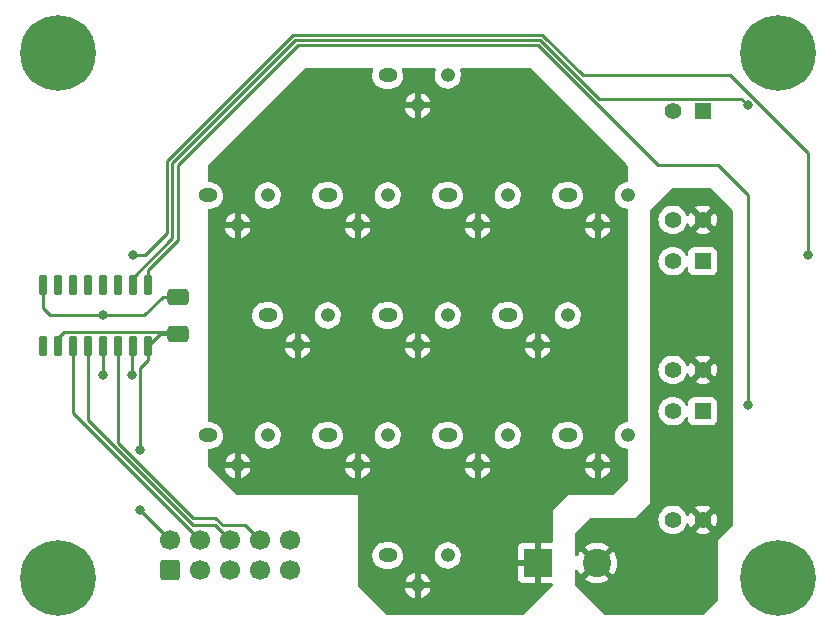
<source format=gbr>
G04 #@! TF.GenerationSoftware,KiCad,Pcbnew,(6.0.5)*
G04 #@! TF.CreationDate,2022-06-04T20:53:52-07:00*
G04 #@! TF.ProjectId,hawkeye_driver,6861776b-6579-4655-9f64-72697665722e,A*
G04 #@! TF.SameCoordinates,Original*
G04 #@! TF.FileFunction,Copper,L1,Top*
G04 #@! TF.FilePolarity,Positive*
%FSLAX46Y46*%
G04 Gerber Fmt 4.6, Leading zero omitted, Abs format (unit mm)*
G04 Created by KiCad (PCBNEW (6.0.5)) date 2022-06-04 20:53:52*
%MOMM*%
%LPD*%
G01*
G04 APERTURE LIST*
G04 Aperture macros list*
%AMRoundRect*
0 Rectangle with rounded corners*
0 $1 Rounding radius*
0 $2 $3 $4 $5 $6 $7 $8 $9 X,Y pos of 4 corners*
0 Add a 4 corners polygon primitive as box body*
4,1,4,$2,$3,$4,$5,$6,$7,$8,$9,$2,$3,0*
0 Add four circle primitives for the rounded corners*
1,1,$1+$1,$2,$3*
1,1,$1+$1,$4,$5*
1,1,$1+$1,$6,$7*
1,1,$1+$1,$8,$9*
0 Add four rect primitives between the rounded corners*
20,1,$1+$1,$2,$3,$4,$5,0*
20,1,$1+$1,$4,$5,$6,$7,0*
20,1,$1+$1,$6,$7,$8,$9,0*
20,1,$1+$1,$8,$9,$2,$3,0*%
G04 Aperture macros list end*
G04 #@! TA.AperFunction,ComponentPad*
%ADD10R,1.400000X1.400000*%
G04 #@! TD*
G04 #@! TA.AperFunction,ComponentPad*
%ADD11C,1.400000*%
G04 #@! TD*
G04 #@! TA.AperFunction,SMDPad,CuDef*
%ADD12RoundRect,0.150000X-0.150000X0.725000X-0.150000X-0.725000X0.150000X-0.725000X0.150000X0.725000X0*%
G04 #@! TD*
G04 #@! TA.AperFunction,ComponentPad*
%ADD13O,1.600000X1.200000*%
G04 #@! TD*
G04 #@! TA.AperFunction,ComponentPad*
%ADD14O,1.200000X1.200000*%
G04 #@! TD*
G04 #@! TA.AperFunction,SMDPad,CuDef*
%ADD15RoundRect,0.250000X0.650000X-0.412500X0.650000X0.412500X-0.650000X0.412500X-0.650000X-0.412500X0*%
G04 #@! TD*
G04 #@! TA.AperFunction,ComponentPad*
%ADD16R,2.400000X2.400000*%
G04 #@! TD*
G04 #@! TA.AperFunction,ComponentPad*
%ADD17C,2.400000*%
G04 #@! TD*
G04 #@! TA.AperFunction,ComponentPad*
%ADD18C,6.400000*%
G04 #@! TD*
G04 #@! TA.AperFunction,ComponentPad*
%ADD19RoundRect,0.250000X0.600000X-0.600000X0.600000X0.600000X-0.600000X0.600000X-0.600000X-0.600000X0*%
G04 #@! TD*
G04 #@! TA.AperFunction,ComponentPad*
%ADD20C,1.700000*%
G04 #@! TD*
G04 #@! TA.AperFunction,ViaPad*
%ADD21C,0.800000*%
G04 #@! TD*
G04 #@! TA.AperFunction,Conductor*
%ADD22C,0.250000*%
G04 #@! TD*
G04 APERTURE END LIST*
D10*
G04 #@! TO.P,Q2,1,D*
G04 #@! TO.N,/OUTER_RING_LOW*
X163830000Y-74137500D03*
D11*
X161290000Y-74137500D03*
G04 #@! TO.P,Q2,2,G*
G04 #@! TO.N,Net-(Q2-Pad2)*
X161290000Y-83342500D03*
G04 #@! TO.P,Q2,3,S*
G04 #@! TO.N,GND*
X163830000Y-83342500D03*
G04 #@! TD*
D10*
G04 #@! TO.P,Q1,1,D*
G04 #@! TO.N,/INNER_RING_LOW*
X163830000Y-99537500D03*
D11*
X161290000Y-99537500D03*
G04 #@! TO.P,Q1,2,G*
G04 #@! TO.N,Net-(Q1-Pad2)*
X161290000Y-108742500D03*
G04 #@! TO.P,Q1,3,S*
G04 #@! TO.N,GND*
X163830000Y-108742500D03*
G04 #@! TD*
D10*
G04 #@! TO.P,Q3,1,D*
G04 #@! TO.N,/CENTER_LOW*
X163830000Y-86837500D03*
D11*
X161290000Y-86837500D03*
G04 #@! TO.P,Q3,2,G*
G04 #@! TO.N,Net-(Q3-Pad2)*
X161290000Y-96042500D03*
G04 #@! TO.P,Q3,3,S*
G04 #@! TO.N,GND*
X163830000Y-96042500D03*
G04 #@! TD*
D12*
G04 #@! TO.P,U1,1,QB*
G04 #@! TO.N,Net-(R17-Pad1)*
X116840000Y-88865000D03*
G04 #@! TO.P,U1,2,QC*
G04 #@! TO.N,Net-(R18-Pad1)*
X115570000Y-88865000D03*
G04 #@! TO.P,U1,3,QD*
G04 #@! TO.N,unconnected-(U1-Pad3)*
X114300000Y-88865000D03*
G04 #@! TO.P,U1,4,QE*
G04 #@! TO.N,unconnected-(U1-Pad4)*
X113030000Y-88865000D03*
G04 #@! TO.P,U1,5,QF*
G04 #@! TO.N,unconnected-(U1-Pad5)*
X111760000Y-88865000D03*
G04 #@! TO.P,U1,6,QG*
G04 #@! TO.N,unconnected-(U1-Pad6)*
X110490000Y-88865000D03*
G04 #@! TO.P,U1,7,QH*
G04 #@! TO.N,unconnected-(U1-Pad7)*
X109220000Y-88865000D03*
G04 #@! TO.P,U1,8,GND*
G04 #@! TO.N,GND1*
X107950000Y-88865000D03*
G04 #@! TO.P,U1,9,QH'*
G04 #@! TO.N,unconnected-(U1-Pad9)*
X107950000Y-94015000D03*
G04 #@! TO.P,U1,10,~{SRCLR}*
G04 #@! TO.N,/5V*
X109220000Y-94015000D03*
G04 #@! TO.P,U1,11,SRCLK*
G04 #@! TO.N,/SHIFT CLK*
X110490000Y-94015000D03*
G04 #@! TO.P,U1,12,RCLK*
G04 #@! TO.N,/LATCH*
X111760000Y-94015000D03*
G04 #@! TO.P,U1,13,~{OE}*
G04 #@! TO.N,GND1*
X113030000Y-94015000D03*
G04 #@! TO.P,U1,14,SER*
G04 #@! TO.N,/SER IN*
X114300000Y-94015000D03*
G04 #@! TO.P,U1,15,QA*
G04 #@! TO.N,Net-(R19-Pad1)*
X115570000Y-94015000D03*
G04 #@! TO.P,U1,16,VCC*
G04 #@! TO.N,/5V*
X116840000Y-94015000D03*
G04 #@! TD*
D13*
G04 #@! TO.P,R4,1*
G04 #@! TO.N,/INNER_RING_LOW*
X132080000Y-101600000D03*
D14*
G04 #@! TO.P,R4,2*
G04 #@! TO.N,VCC*
X134620000Y-104140000D03*
G04 #@! TO.P,R4,3*
G04 #@! TO.N,N/C*
X137160000Y-101600000D03*
G04 #@! TD*
D13*
G04 #@! TO.P,R2,1*
G04 #@! TO.N,/INNER_RING_LOW*
X147320000Y-91440000D03*
D14*
G04 #@! TO.P,R2,2*
G04 #@! TO.N,VCC*
X149860000Y-93980000D03*
G04 #@! TO.P,R2,3*
G04 #@! TO.N,N/C*
X152400000Y-91440000D03*
G04 #@! TD*
D13*
G04 #@! TO.P,R9,1*
G04 #@! TO.N,/OUTER_RING_LOW*
X152400000Y-101600000D03*
D14*
G04 #@! TO.P,R9,2*
G04 #@! TO.N,VCC*
X154940000Y-104140000D03*
G04 #@! TO.P,R9,3*
G04 #@! TO.N,N/C*
X157480000Y-101600000D03*
G04 #@! TD*
D15*
G04 #@! TO.P,C1,1*
G04 #@! TO.N,/5V*
X119380000Y-93002500D03*
G04 #@! TO.P,C1,2*
G04 #@! TO.N,GND1*
X119380000Y-89877500D03*
G04 #@! TD*
D13*
G04 #@! TO.P,R5,1*
G04 #@! TO.N,/INNER_RING_LOW*
X127000000Y-91440000D03*
D14*
G04 #@! TO.P,R5,2*
G04 #@! TO.N,VCC*
X129540000Y-93980000D03*
G04 #@! TO.P,R5,3*
G04 #@! TO.N,N/C*
X132080000Y-91440000D03*
G04 #@! TD*
D13*
G04 #@! TO.P,R10,1*
G04 #@! TO.N,/OUTER_RING_LOW*
X137160000Y-111760000D03*
D14*
G04 #@! TO.P,R10,2*
G04 #@! TO.N,VCC*
X139700000Y-114300000D03*
G04 #@! TO.P,R10,3*
G04 #@! TO.N,N/C*
X142240000Y-111760000D03*
G04 #@! TD*
D13*
G04 #@! TO.P,R3,1*
G04 #@! TO.N,/INNER_RING_LOW*
X142240000Y-101600000D03*
D14*
G04 #@! TO.P,R3,2*
G04 #@! TO.N,VCC*
X144780000Y-104140000D03*
G04 #@! TO.P,R3,3*
G04 #@! TO.N,N/C*
X147320000Y-101600000D03*
G04 #@! TD*
D16*
G04 #@! TO.P,J2,1,Pin_1*
G04 #@! TO.N,VCC*
X149860000Y-112395000D03*
D17*
G04 #@! TO.P,J2,2,Pin_2*
G04 #@! TO.N,GND*
X154860000Y-112395000D03*
G04 #@! TD*
D13*
G04 #@! TO.P,R1,1*
G04 #@! TO.N,/INNER_RING_LOW*
X142240000Y-81280000D03*
D14*
G04 #@! TO.P,R1,2*
G04 #@! TO.N,VCC*
X144780000Y-83820000D03*
G04 #@! TO.P,R1,3*
G04 #@! TO.N,N/C*
X147320000Y-81280000D03*
G04 #@! TD*
D18*
G04 #@! TO.P,REF\u002A\u002A,1*
G04 #@! TO.N,N/C*
X109220000Y-113665000D03*
G04 #@! TD*
D13*
G04 #@! TO.P,R12,1*
G04 #@! TO.N,/OUTER_RING_LOW*
X121920000Y-81280000D03*
D14*
G04 #@! TO.P,R12,2*
G04 #@! TO.N,VCC*
X124460000Y-83820000D03*
G04 #@! TO.P,R12,3*
G04 #@! TO.N,N/C*
X127000000Y-81280000D03*
G04 #@! TD*
D13*
G04 #@! TO.P,R11,1*
G04 #@! TO.N,/OUTER_RING_LOW*
X121920000Y-101600000D03*
D14*
G04 #@! TO.P,R11,2*
G04 #@! TO.N,VCC*
X124460000Y-104140000D03*
G04 #@! TO.P,R11,3*
G04 #@! TO.N,N/C*
X127000000Y-101600000D03*
G04 #@! TD*
D13*
G04 #@! TO.P,R13,1*
G04 #@! TO.N,/CENTER_LOW*
X137160000Y-91440000D03*
D14*
G04 #@! TO.P,R13,2*
G04 #@! TO.N,VCC*
X139700000Y-93980000D03*
G04 #@! TO.P,R13,3*
G04 #@! TO.N,N/C*
X142240000Y-91440000D03*
G04 #@! TD*
D18*
G04 #@! TO.P,REF\u002A\u002A,1*
G04 #@! TO.N,N/C*
X170180000Y-113665000D03*
G04 #@! TD*
G04 #@! TO.P,REF\u002A\u002A,1*
G04 #@! TO.N,N/C*
X170180000Y-69215000D03*
G04 #@! TD*
D13*
G04 #@! TO.P,R8,1*
G04 #@! TO.N,/OUTER_RING_LOW*
X152400000Y-81280000D03*
D14*
G04 #@! TO.P,R8,2*
G04 #@! TO.N,VCC*
X154940000Y-83820000D03*
G04 #@! TO.P,R8,3*
G04 #@! TO.N,N/C*
X157480000Y-81280000D03*
G04 #@! TD*
D18*
G04 #@! TO.P,REF\u002A\u002A,1*
G04 #@! TO.N,N/C*
X109220000Y-69215000D03*
G04 #@! TD*
D19*
G04 #@! TO.P,J1,1,Pin_1*
G04 #@! TO.N,GND1*
X118745000Y-113030000D03*
D20*
G04 #@! TO.P,J1,2,Pin_2*
G04 #@! TO.N,/5V*
X118745000Y-110490000D03*
G04 #@! TO.P,J1,3,Pin_3*
G04 #@! TO.N,GND1*
X121285000Y-113030000D03*
G04 #@! TO.P,J1,4,Pin_4*
G04 #@! TO.N,/SHIFT CLK*
X121285000Y-110490000D03*
G04 #@! TO.P,J1,5,Pin_5*
G04 #@! TO.N,GND1*
X123825000Y-113030000D03*
G04 #@! TO.P,J1,6,Pin_6*
G04 #@! TO.N,/LATCH*
X123825000Y-110490000D03*
G04 #@! TO.P,J1,7,Pin_7*
G04 #@! TO.N,GND1*
X126365000Y-113030000D03*
G04 #@! TO.P,J1,8,Pin_8*
G04 #@! TO.N,/SER IN*
X126365000Y-110490000D03*
G04 #@! TO.P,J1,9,Pin_9*
G04 #@! TO.N,GND1*
X128905000Y-113030000D03*
G04 #@! TO.P,J1,10,Pin_10*
G04 #@! TO.N,unconnected-(J1-Pad10)*
X128905000Y-110490000D03*
G04 #@! TD*
D13*
G04 #@! TO.P,R7,1*
G04 #@! TO.N,/OUTER_RING_LOW*
X137160000Y-71120000D03*
D14*
G04 #@! TO.P,R7,2*
G04 #@! TO.N,VCC*
X139700000Y-73660000D03*
G04 #@! TO.P,R7,3*
G04 #@! TO.N,N/C*
X142240000Y-71120000D03*
G04 #@! TD*
D13*
G04 #@! TO.P,R6,1*
G04 #@! TO.N,/INNER_RING_LOW*
X132080000Y-81280000D03*
D14*
G04 #@! TO.P,R6,2*
G04 #@! TO.N,VCC*
X134620000Y-83820000D03*
G04 #@! TO.P,R6,3*
G04 #@! TO.N,N/C*
X137160000Y-81280000D03*
G04 #@! TD*
D21*
G04 #@! TO.N,Net-(R18-Pad1)*
X167640000Y-73660000D03*
G04 #@! TO.N,Net-(R17-Pad1)*
X167640000Y-99060000D03*
G04 #@! TO.N,Net-(R19-Pad1)*
X172720000Y-86360000D03*
X115570000Y-86360000D03*
X115480500Y-96520000D03*
G04 #@! TO.N,/5V*
X116205000Y-107950000D03*
X116205000Y-102870000D03*
G04 #@! TO.N,GND1*
X113030000Y-96520000D03*
X113030000Y-91440000D03*
G04 #@! TD*
D22*
G04 #@! TO.N,Net-(R18-Pad1)*
X167640000Y-73660000D02*
X167092989Y-73112989D01*
X118930480Y-84903802D02*
X115570000Y-88264282D01*
X118930480Y-78553803D02*
X118930480Y-84903802D01*
X155028707Y-73112989D02*
X150046197Y-68130480D01*
X129353803Y-68130480D02*
X118930480Y-78553803D01*
X167092989Y-73112989D02*
X155028707Y-73112989D01*
X115570000Y-88264282D02*
X115570000Y-88865000D01*
X150046197Y-68130480D02*
X129353803Y-68130480D01*
G04 #@! TO.N,/SER IN*
X122555718Y-108585000D02*
X120651436Y-108585000D01*
X126365000Y-110490000D02*
X125094641Y-109219641D01*
X114300000Y-102233564D02*
X114300000Y-94015000D01*
X125094641Y-109219641D02*
X123190359Y-109219641D01*
X123190359Y-109219641D02*
X122555718Y-108585000D01*
X120651436Y-108585000D02*
X114300000Y-102233564D01*
G04 #@! TO.N,/SHIFT CLK*
X121285000Y-110490000D02*
X110490000Y-99695000D01*
X110490000Y-99695000D02*
X110490000Y-94015000D01*
G04 #@! TO.N,/LATCH*
X111760000Y-100329282D02*
X111760000Y-94015000D01*
X122554641Y-109219641D02*
X120650359Y-109219641D01*
X123825000Y-110490000D02*
X122554641Y-109219641D01*
X120650359Y-109219641D02*
X111760000Y-100329282D01*
G04 #@! TO.N,Net-(R17-Pad1)*
X119380000Y-78740000D02*
X119380000Y-85090000D01*
X119380000Y-85090000D02*
X116840000Y-87630000D01*
X129540000Y-68580000D02*
X119380000Y-78740000D01*
X167640000Y-99060000D02*
X167640000Y-81280000D01*
X149860000Y-68580000D02*
X129540000Y-68580000D01*
X116840000Y-87630000D02*
X116840000Y-88865000D01*
X167640000Y-81280000D02*
X165100000Y-78740000D01*
X165100000Y-78740000D02*
X160020000Y-78740000D01*
X160020000Y-78740000D02*
X149860000Y-68580000D01*
G04 #@! TO.N,Net-(R19-Pad1)*
X116575960Y-86360000D02*
X115570000Y-86360000D01*
X118480960Y-84455000D02*
X116575960Y-86360000D01*
X172720000Y-86360000D02*
X172720000Y-77715386D01*
X115480500Y-94104500D02*
X115570000Y-94015000D01*
X153671436Y-71120000D02*
X150232394Y-67680960D01*
X129167605Y-67680960D02*
X118480960Y-78367606D01*
X172720000Y-77715386D02*
X166124614Y-71120000D01*
X166124614Y-71120000D02*
X153671436Y-71120000D01*
X150232394Y-67680960D02*
X129167605Y-67680960D01*
X115480500Y-96520000D02*
X115480500Y-94104500D01*
X118480960Y-78367606D02*
X118480960Y-84455000D01*
G04 #@! TO.N,/5V*
X118745000Y-110490000D02*
X116205000Y-107950000D01*
X109220000Y-93345000D02*
X109220000Y-94015000D01*
X116205000Y-95885000D02*
X116840000Y-95250000D01*
X119380000Y-93002500D02*
X117852500Y-93002500D01*
X116205000Y-102870000D02*
X116205000Y-95885000D01*
X117852500Y-93002500D02*
X116840000Y-94015000D01*
X109749520Y-92815480D02*
X109220000Y-93345000D01*
X119192980Y-92815480D02*
X109749520Y-92815480D01*
X119380000Y-93002500D02*
X119192980Y-92815480D01*
X116840000Y-95250000D02*
X116840000Y-94015000D01*
G04 #@! TO.N,GND1*
X113030000Y-96520000D02*
X113030000Y-94015000D01*
X107950000Y-90805000D02*
X107950000Y-88865000D01*
X113030000Y-91440000D02*
X108585000Y-91440000D01*
X118110000Y-89877500D02*
X116547500Y-91440000D01*
X119380000Y-89877500D02*
X118110000Y-89877500D01*
X108585000Y-91440000D02*
X107950000Y-90805000D01*
X113030000Y-91440000D02*
X116547500Y-91440000D01*
G04 #@! TD*
G04 #@! TA.AperFunction,Conductor*
G04 #@! TO.N,GND*
G36*
X164480931Y-80665002D02*
G01*
X164501905Y-80681905D01*
X166333095Y-82513095D01*
X166367121Y-82575407D01*
X166370000Y-82602190D01*
X166370000Y-109167810D01*
X166349998Y-109235931D01*
X166333095Y-109256905D01*
X165100000Y-110490000D01*
X165100000Y-115517810D01*
X165079998Y-115585931D01*
X165063095Y-115606905D01*
X163866905Y-116803095D01*
X163804593Y-116837121D01*
X163777810Y-116840000D01*
X155627190Y-116840000D01*
X155559069Y-116819998D01*
X155538095Y-116803095D01*
X153071905Y-114336905D01*
X153037879Y-114274593D01*
X153035000Y-114247810D01*
X153035000Y-113768359D01*
X153851386Y-113768359D01*
X153860099Y-113779879D01*
X153948586Y-113844760D01*
X153956505Y-113849708D01*
X154172877Y-113963547D01*
X154181451Y-113967275D01*
X154412282Y-114047885D01*
X154421291Y-114050299D01*
X154661518Y-114095908D01*
X154670775Y-114096962D01*
X154915107Y-114106563D01*
X154924420Y-114106237D01*
X155167478Y-114079618D01*
X155176655Y-114077917D01*
X155413107Y-114015665D01*
X155421926Y-114012628D01*
X155646584Y-113916107D01*
X155654856Y-113911800D01*
X155862777Y-113783135D01*
X155864620Y-113781796D01*
X155872038Y-113770541D01*
X155865974Y-113760184D01*
X154872812Y-112767022D01*
X154858868Y-112759408D01*
X154857035Y-112759539D01*
X154850420Y-112763790D01*
X153858044Y-113756166D01*
X153851386Y-113768359D01*
X153035000Y-113768359D01*
X153035000Y-113090501D01*
X153055002Y-113022380D01*
X153108658Y-112975887D01*
X153178932Y-112965783D01*
X153243512Y-112995277D01*
X153279588Y-113047924D01*
X153293706Y-113087246D01*
X153297505Y-113095778D01*
X153413234Y-113311160D01*
X153418245Y-113319027D01*
X153475173Y-113395263D01*
X153486431Y-113403712D01*
X153498850Y-113396940D01*
X154487978Y-112407812D01*
X154494356Y-112396132D01*
X155224408Y-112396132D01*
X155224539Y-112397965D01*
X155228790Y-112404580D01*
X156223732Y-113399522D01*
X156236112Y-113406282D01*
X156244453Y-113400038D01*
X156362700Y-113216202D01*
X156367147Y-113208011D01*
X156467572Y-112985076D01*
X156470767Y-112976298D01*
X156537135Y-112740973D01*
X156538993Y-112731844D01*
X156570044Y-112487770D01*
X156570525Y-112481483D01*
X156572706Y-112398160D01*
X156572555Y-112391851D01*
X156554321Y-112146486D01*
X156552944Y-112137280D01*
X156498979Y-111898786D01*
X156496255Y-111889875D01*
X156407633Y-111661983D01*
X156403619Y-111653567D01*
X156282284Y-111441276D01*
X156277074Y-111433553D01*
X156245787Y-111393865D01*
X156233863Y-111385395D01*
X156222328Y-111391882D01*
X155232022Y-112382188D01*
X155224408Y-112396132D01*
X154494356Y-112396132D01*
X154495592Y-112393868D01*
X154495461Y-112392035D01*
X154491210Y-112385420D01*
X153496828Y-111391038D01*
X153483520Y-111383771D01*
X153473481Y-111390893D01*
X153468581Y-111396784D01*
X153463168Y-111404373D01*
X153336322Y-111613409D01*
X153332084Y-111621726D01*
X153277197Y-111752617D01*
X153232408Y-111807703D01*
X153164948Y-111829829D01*
X153096234Y-111811971D01*
X153048083Y-111759799D01*
X153035000Y-111703891D01*
X153035000Y-111019917D01*
X153849330Y-111019917D01*
X153853903Y-111029693D01*
X154847188Y-112022978D01*
X154861132Y-112030592D01*
X154862965Y-112030461D01*
X154869580Y-112026210D01*
X155862488Y-111033302D01*
X155868872Y-111021612D01*
X155859460Y-111009502D01*
X155733144Y-110921873D01*
X155725116Y-110917145D01*
X155505810Y-110808995D01*
X155497177Y-110805507D01*
X155264288Y-110730958D01*
X155255238Y-110728785D01*
X155013891Y-110689480D01*
X155004602Y-110688668D01*
X154760114Y-110685467D01*
X154750803Y-110686037D01*
X154508522Y-110719010D01*
X154499403Y-110720948D01*
X154264668Y-110789367D01*
X154255915Y-110792639D01*
X154033869Y-110895004D01*
X154025714Y-110899524D01*
X153858468Y-111009175D01*
X153849330Y-111019917D01*
X153035000Y-111019917D01*
X153035000Y-109907190D01*
X153055002Y-109839069D01*
X153071905Y-109818095D01*
X154147500Y-108742500D01*
X160076884Y-108742500D01*
X160095314Y-108953155D01*
X160096738Y-108958468D01*
X160096738Y-108958470D01*
X160148575Y-109151926D01*
X160150044Y-109157410D01*
X160152366Y-109162391D01*
X160152367Y-109162392D01*
X160154894Y-109167810D01*
X160239411Y-109349058D01*
X160360699Y-109522276D01*
X160510224Y-109671801D01*
X160683442Y-109793089D01*
X160688420Y-109795410D01*
X160688423Y-109795412D01*
X160737067Y-109818095D01*
X160875090Y-109882456D01*
X160880398Y-109883878D01*
X160880400Y-109883879D01*
X161074030Y-109935762D01*
X161074032Y-109935762D01*
X161079345Y-109937186D01*
X161290000Y-109955616D01*
X161500655Y-109937186D01*
X161505968Y-109935762D01*
X161505970Y-109935762D01*
X161699600Y-109883879D01*
X161699602Y-109883878D01*
X161704910Y-109882456D01*
X161842933Y-109818095D01*
X161891577Y-109795412D01*
X161891580Y-109795410D01*
X161896558Y-109793089D01*
X161948440Y-109756761D01*
X163180294Y-109756761D01*
X163189590Y-109768776D01*
X163219189Y-109789501D01*
X163228677Y-109794979D01*
X163410277Y-109879659D01*
X163420571Y-109883407D01*
X163614122Y-109935269D01*
X163624909Y-109937171D01*
X163824525Y-109954635D01*
X163835475Y-109954635D01*
X164035091Y-109937171D01*
X164045878Y-109935269D01*
X164239429Y-109883407D01*
X164249723Y-109879659D01*
X164431323Y-109794979D01*
X164440811Y-109789501D01*
X164471248Y-109768189D01*
X164479623Y-109757712D01*
X164472554Y-109744264D01*
X163842812Y-109114522D01*
X163828868Y-109106908D01*
X163827035Y-109107039D01*
X163820420Y-109111290D01*
X163186724Y-109744986D01*
X163180294Y-109756761D01*
X161948440Y-109756761D01*
X162069776Y-109671801D01*
X162219301Y-109522276D01*
X162340589Y-109349058D01*
X162425107Y-109167810D01*
X162427633Y-109162392D01*
X162427634Y-109162391D01*
X162429956Y-109157410D01*
X162431379Y-109152100D01*
X162431382Y-109152092D01*
X162438553Y-109125329D01*
X162475504Y-109064707D01*
X162539365Y-109033685D01*
X162609860Y-109042114D01*
X162664606Y-109087318D01*
X162681966Y-109125330D01*
X162689092Y-109151926D01*
X162692841Y-109162223D01*
X162777521Y-109343823D01*
X162782999Y-109353311D01*
X162804311Y-109383748D01*
X162814788Y-109392123D01*
X162828236Y-109385054D01*
X163457978Y-108755312D01*
X163464356Y-108743632D01*
X164194408Y-108743632D01*
X164194539Y-108745465D01*
X164198790Y-108752080D01*
X164832486Y-109385776D01*
X164844261Y-109392206D01*
X164856276Y-109382910D01*
X164877001Y-109353311D01*
X164882479Y-109343823D01*
X164967159Y-109162223D01*
X164970907Y-109151929D01*
X165022769Y-108958378D01*
X165024671Y-108947591D01*
X165042135Y-108747975D01*
X165042135Y-108737025D01*
X165024671Y-108537409D01*
X165022769Y-108526622D01*
X164970907Y-108333071D01*
X164967159Y-108322777D01*
X164882479Y-108141177D01*
X164877001Y-108131689D01*
X164855689Y-108101252D01*
X164845212Y-108092877D01*
X164831764Y-108099946D01*
X164202022Y-108729688D01*
X164194408Y-108743632D01*
X163464356Y-108743632D01*
X163465592Y-108741368D01*
X163465461Y-108739535D01*
X163461210Y-108732920D01*
X162827514Y-108099224D01*
X162815739Y-108092794D01*
X162803724Y-108102090D01*
X162782999Y-108131689D01*
X162777521Y-108141177D01*
X162692841Y-108322777D01*
X162689092Y-108333074D01*
X162681966Y-108359670D01*
X162645014Y-108420293D01*
X162581154Y-108451314D01*
X162510659Y-108442886D01*
X162455912Y-108397683D01*
X162438553Y-108359671D01*
X162431382Y-108332908D01*
X162431378Y-108332897D01*
X162429956Y-108327590D01*
X162340589Y-108135942D01*
X162219301Y-107962724D01*
X162069776Y-107813199D01*
X161947082Y-107727288D01*
X163180377Y-107727288D01*
X163187446Y-107740736D01*
X163817188Y-108370478D01*
X163831132Y-108378092D01*
X163832965Y-108377961D01*
X163839580Y-108373710D01*
X164473276Y-107740014D01*
X164479706Y-107728239D01*
X164470410Y-107716224D01*
X164440811Y-107695499D01*
X164431323Y-107690021D01*
X164249723Y-107605341D01*
X164239429Y-107601593D01*
X164045878Y-107549731D01*
X164035091Y-107547829D01*
X163835475Y-107530365D01*
X163824525Y-107530365D01*
X163624909Y-107547829D01*
X163614122Y-107549731D01*
X163420571Y-107601593D01*
X163410277Y-107605341D01*
X163228677Y-107690021D01*
X163219189Y-107695499D01*
X163188752Y-107716811D01*
X163180377Y-107727288D01*
X161947082Y-107727288D01*
X161896558Y-107691911D01*
X161891580Y-107689590D01*
X161891577Y-107689588D01*
X161709892Y-107604867D01*
X161709891Y-107604866D01*
X161704910Y-107602544D01*
X161699602Y-107601122D01*
X161699600Y-107601121D01*
X161505970Y-107549238D01*
X161505968Y-107549238D01*
X161500655Y-107547814D01*
X161290000Y-107529384D01*
X161079345Y-107547814D01*
X161074032Y-107549238D01*
X161074030Y-107549238D01*
X160880400Y-107601121D01*
X160880398Y-107601122D01*
X160875090Y-107602544D01*
X160870109Y-107604866D01*
X160870108Y-107604867D01*
X160688423Y-107689588D01*
X160688420Y-107689590D01*
X160683442Y-107691911D01*
X160510224Y-107813199D01*
X160360699Y-107962724D01*
X160239411Y-108135942D01*
X160150044Y-108327590D01*
X160148622Y-108332898D01*
X160148621Y-108332900D01*
X160116892Y-108451314D01*
X160095314Y-108531845D01*
X160076884Y-108742500D01*
X154147500Y-108742500D01*
X154268095Y-108621905D01*
X154330407Y-108587879D01*
X154357190Y-108585000D01*
X158115000Y-108585000D01*
X159385000Y-107315000D01*
X159385000Y-99537500D01*
X160076884Y-99537500D01*
X160095314Y-99748155D01*
X160150044Y-99952410D01*
X160152366Y-99957391D01*
X160152367Y-99957392D01*
X160223526Y-100109992D01*
X160239411Y-100144058D01*
X160360699Y-100317276D01*
X160510224Y-100466801D01*
X160683442Y-100588089D01*
X160688420Y-100590410D01*
X160688423Y-100590412D01*
X160870108Y-100675133D01*
X160875090Y-100677456D01*
X160880398Y-100678878D01*
X160880400Y-100678879D01*
X161074030Y-100730762D01*
X161074032Y-100730762D01*
X161079345Y-100732186D01*
X161290000Y-100750616D01*
X161500655Y-100732186D01*
X161505968Y-100730762D01*
X161505970Y-100730762D01*
X161699600Y-100678879D01*
X161699602Y-100678878D01*
X161704910Y-100677456D01*
X161709892Y-100675133D01*
X161891577Y-100590412D01*
X161891580Y-100590410D01*
X161896558Y-100588089D01*
X162069776Y-100466801D01*
X162219301Y-100317276D01*
X162340589Y-100144058D01*
X162381305Y-100056742D01*
X162428222Y-100003457D01*
X162496499Y-99983996D01*
X162564459Y-100004538D01*
X162610525Y-100058560D01*
X162621500Y-100109992D01*
X162621500Y-100285634D01*
X162628255Y-100347816D01*
X162679385Y-100484205D01*
X162766739Y-100600761D01*
X162883295Y-100688115D01*
X163019684Y-100739245D01*
X163081866Y-100746000D01*
X164578134Y-100746000D01*
X164640316Y-100739245D01*
X164776705Y-100688115D01*
X164893261Y-100600761D01*
X164980615Y-100484205D01*
X165031745Y-100347816D01*
X165038500Y-100285634D01*
X165038500Y-98789366D01*
X165031745Y-98727184D01*
X164980615Y-98590795D01*
X164893261Y-98474239D01*
X164776705Y-98386885D01*
X164640316Y-98335755D01*
X164578134Y-98329000D01*
X163081866Y-98329000D01*
X163019684Y-98335755D01*
X162883295Y-98386885D01*
X162766739Y-98474239D01*
X162679385Y-98590795D01*
X162628255Y-98727184D01*
X162621500Y-98789366D01*
X162621500Y-98965008D01*
X162601498Y-99033129D01*
X162547842Y-99079622D01*
X162477568Y-99089726D01*
X162412988Y-99060232D01*
X162381305Y-99018258D01*
X162342912Y-98935923D01*
X162342910Y-98935920D01*
X162340589Y-98930942D01*
X162219301Y-98757724D01*
X162069776Y-98608199D01*
X161896558Y-98486911D01*
X161891580Y-98484590D01*
X161891577Y-98484588D01*
X161709892Y-98399867D01*
X161709891Y-98399866D01*
X161704910Y-98397544D01*
X161699602Y-98396122D01*
X161699600Y-98396121D01*
X161505970Y-98344238D01*
X161505968Y-98344238D01*
X161500655Y-98342814D01*
X161290000Y-98324384D01*
X161079345Y-98342814D01*
X161074032Y-98344238D01*
X161074030Y-98344238D01*
X160880400Y-98396121D01*
X160880398Y-98396122D01*
X160875090Y-98397544D01*
X160870109Y-98399866D01*
X160870108Y-98399867D01*
X160688423Y-98484588D01*
X160688420Y-98484590D01*
X160683442Y-98486911D01*
X160510224Y-98608199D01*
X160360699Y-98757724D01*
X160239411Y-98930942D01*
X160237090Y-98935920D01*
X160237088Y-98935923D01*
X160198695Y-99018258D01*
X160150044Y-99122590D01*
X160095314Y-99326845D01*
X160076884Y-99537500D01*
X159385000Y-99537500D01*
X159385000Y-96042500D01*
X160076884Y-96042500D01*
X160095314Y-96253155D01*
X160096738Y-96258468D01*
X160096738Y-96258470D01*
X160148575Y-96451926D01*
X160150044Y-96457410D01*
X160239411Y-96649058D01*
X160360699Y-96822276D01*
X160510224Y-96971801D01*
X160683442Y-97093089D01*
X160688420Y-97095410D01*
X160688423Y-97095412D01*
X160869092Y-97179659D01*
X160875090Y-97182456D01*
X160880398Y-97183878D01*
X160880400Y-97183879D01*
X161074030Y-97235762D01*
X161074032Y-97235762D01*
X161079345Y-97237186D01*
X161290000Y-97255616D01*
X161500655Y-97237186D01*
X161505968Y-97235762D01*
X161505970Y-97235762D01*
X161699600Y-97183879D01*
X161699602Y-97183878D01*
X161704910Y-97182456D01*
X161710908Y-97179659D01*
X161891577Y-97095412D01*
X161891580Y-97095410D01*
X161896558Y-97093089D01*
X161948440Y-97056761D01*
X163180294Y-97056761D01*
X163189590Y-97068776D01*
X163219189Y-97089501D01*
X163228677Y-97094979D01*
X163410277Y-97179659D01*
X163420571Y-97183407D01*
X163614122Y-97235269D01*
X163624909Y-97237171D01*
X163824525Y-97254635D01*
X163835475Y-97254635D01*
X164035091Y-97237171D01*
X164045878Y-97235269D01*
X164239429Y-97183407D01*
X164249723Y-97179659D01*
X164431323Y-97094979D01*
X164440811Y-97089501D01*
X164471248Y-97068189D01*
X164479623Y-97057712D01*
X164472554Y-97044264D01*
X163842812Y-96414522D01*
X163828868Y-96406908D01*
X163827035Y-96407039D01*
X163820420Y-96411290D01*
X163186724Y-97044986D01*
X163180294Y-97056761D01*
X161948440Y-97056761D01*
X162069776Y-96971801D01*
X162219301Y-96822276D01*
X162340589Y-96649058D01*
X162429956Y-96457410D01*
X162431379Y-96452100D01*
X162431382Y-96452092D01*
X162438553Y-96425329D01*
X162475504Y-96364707D01*
X162539365Y-96333685D01*
X162609860Y-96342114D01*
X162664606Y-96387318D01*
X162681966Y-96425330D01*
X162689092Y-96451926D01*
X162692841Y-96462223D01*
X162777521Y-96643823D01*
X162782999Y-96653311D01*
X162804311Y-96683748D01*
X162814788Y-96692123D01*
X162828236Y-96685054D01*
X163457978Y-96055312D01*
X163464356Y-96043632D01*
X164194408Y-96043632D01*
X164194539Y-96045465D01*
X164198790Y-96052080D01*
X164832486Y-96685776D01*
X164844261Y-96692206D01*
X164856276Y-96682910D01*
X164877001Y-96653311D01*
X164882479Y-96643823D01*
X164967159Y-96462223D01*
X164970907Y-96451929D01*
X165022769Y-96258378D01*
X165024671Y-96247591D01*
X165042135Y-96047975D01*
X165042135Y-96037025D01*
X165024671Y-95837409D01*
X165022769Y-95826622D01*
X164970907Y-95633071D01*
X164967159Y-95622777D01*
X164882479Y-95441177D01*
X164877001Y-95431689D01*
X164855689Y-95401252D01*
X164845212Y-95392877D01*
X164831764Y-95399946D01*
X164202022Y-96029688D01*
X164194408Y-96043632D01*
X163464356Y-96043632D01*
X163465592Y-96041368D01*
X163465461Y-96039535D01*
X163461210Y-96032920D01*
X162827514Y-95399224D01*
X162815739Y-95392794D01*
X162803724Y-95402090D01*
X162782999Y-95431689D01*
X162777521Y-95441177D01*
X162692841Y-95622777D01*
X162689092Y-95633074D01*
X162681966Y-95659670D01*
X162645014Y-95720293D01*
X162581154Y-95751314D01*
X162510659Y-95742886D01*
X162455912Y-95697683D01*
X162438553Y-95659671D01*
X162431382Y-95632908D01*
X162431378Y-95632897D01*
X162429956Y-95627590D01*
X162340589Y-95435942D01*
X162219301Y-95262724D01*
X162069776Y-95113199D01*
X161947082Y-95027288D01*
X163180377Y-95027288D01*
X163187446Y-95040736D01*
X163817188Y-95670478D01*
X163831132Y-95678092D01*
X163832965Y-95677961D01*
X163839580Y-95673710D01*
X164473276Y-95040014D01*
X164479706Y-95028239D01*
X164470410Y-95016224D01*
X164440811Y-94995499D01*
X164431323Y-94990021D01*
X164249723Y-94905341D01*
X164239429Y-94901593D01*
X164045878Y-94849731D01*
X164035091Y-94847829D01*
X163835475Y-94830365D01*
X163824525Y-94830365D01*
X163624909Y-94847829D01*
X163614122Y-94849731D01*
X163420571Y-94901593D01*
X163410277Y-94905341D01*
X163228677Y-94990021D01*
X163219189Y-94995499D01*
X163188752Y-95016811D01*
X163180377Y-95027288D01*
X161947082Y-95027288D01*
X161896558Y-94991911D01*
X161891580Y-94989590D01*
X161891577Y-94989588D01*
X161709892Y-94904867D01*
X161709891Y-94904866D01*
X161704910Y-94902544D01*
X161699602Y-94901122D01*
X161699600Y-94901121D01*
X161505970Y-94849238D01*
X161505968Y-94849238D01*
X161500655Y-94847814D01*
X161290000Y-94829384D01*
X161079345Y-94847814D01*
X161074032Y-94849238D01*
X161074030Y-94849238D01*
X160880400Y-94901121D01*
X160880398Y-94901122D01*
X160875090Y-94902544D01*
X160870109Y-94904866D01*
X160870108Y-94904867D01*
X160688423Y-94989588D01*
X160688420Y-94989590D01*
X160683442Y-94991911D01*
X160510224Y-95113199D01*
X160360699Y-95262724D01*
X160239411Y-95435942D01*
X160150044Y-95627590D01*
X160148622Y-95632898D01*
X160148621Y-95632900D01*
X160116892Y-95751314D01*
X160095314Y-95831845D01*
X160076884Y-96042500D01*
X159385000Y-96042500D01*
X159385000Y-86837500D01*
X160076884Y-86837500D01*
X160095314Y-87048155D01*
X160150044Y-87252410D01*
X160152366Y-87257391D01*
X160152367Y-87257392D01*
X160223526Y-87409992D01*
X160239411Y-87444058D01*
X160360699Y-87617276D01*
X160510224Y-87766801D01*
X160683442Y-87888089D01*
X160688420Y-87890410D01*
X160688423Y-87890412D01*
X160870108Y-87975133D01*
X160875090Y-87977456D01*
X160880398Y-87978878D01*
X160880400Y-87978879D01*
X161074030Y-88030762D01*
X161074032Y-88030762D01*
X161079345Y-88032186D01*
X161290000Y-88050616D01*
X161500655Y-88032186D01*
X161505968Y-88030762D01*
X161505970Y-88030762D01*
X161699600Y-87978879D01*
X161699602Y-87978878D01*
X161704910Y-87977456D01*
X161709892Y-87975133D01*
X161891577Y-87890412D01*
X161891580Y-87890410D01*
X161896558Y-87888089D01*
X162069776Y-87766801D01*
X162219301Y-87617276D01*
X162340589Y-87444058D01*
X162381305Y-87356742D01*
X162428222Y-87303457D01*
X162496499Y-87283996D01*
X162564459Y-87304538D01*
X162610525Y-87358560D01*
X162621500Y-87409992D01*
X162621500Y-87585634D01*
X162628255Y-87647816D01*
X162679385Y-87784205D01*
X162766739Y-87900761D01*
X162883295Y-87988115D01*
X163019684Y-88039245D01*
X163081866Y-88046000D01*
X164578134Y-88046000D01*
X164640316Y-88039245D01*
X164776705Y-87988115D01*
X164893261Y-87900761D01*
X164980615Y-87784205D01*
X165031745Y-87647816D01*
X165038500Y-87585634D01*
X165038500Y-86089366D01*
X165031745Y-86027184D01*
X164980615Y-85890795D01*
X164893261Y-85774239D01*
X164776705Y-85686885D01*
X164640316Y-85635755D01*
X164578134Y-85629000D01*
X163081866Y-85629000D01*
X163019684Y-85635755D01*
X162883295Y-85686885D01*
X162766739Y-85774239D01*
X162679385Y-85890795D01*
X162628255Y-86027184D01*
X162621500Y-86089366D01*
X162621500Y-86265008D01*
X162601498Y-86333129D01*
X162547842Y-86379622D01*
X162477568Y-86389726D01*
X162412988Y-86360232D01*
X162381305Y-86318258D01*
X162342912Y-86235923D01*
X162342910Y-86235920D01*
X162340589Y-86230942D01*
X162219301Y-86057724D01*
X162069776Y-85908199D01*
X161896558Y-85786911D01*
X161891580Y-85784590D01*
X161891577Y-85784588D01*
X161709892Y-85699867D01*
X161709891Y-85699866D01*
X161704910Y-85697544D01*
X161699602Y-85696122D01*
X161699600Y-85696121D01*
X161505970Y-85644238D01*
X161505968Y-85644238D01*
X161500655Y-85642814D01*
X161290000Y-85624384D01*
X161079345Y-85642814D01*
X161074032Y-85644238D01*
X161074030Y-85644238D01*
X160880400Y-85696121D01*
X160880398Y-85696122D01*
X160875090Y-85697544D01*
X160870109Y-85699866D01*
X160870108Y-85699867D01*
X160688423Y-85784588D01*
X160688420Y-85784590D01*
X160683442Y-85786911D01*
X160510224Y-85908199D01*
X160360699Y-86057724D01*
X160239411Y-86230942D01*
X160237090Y-86235920D01*
X160237088Y-86235923D01*
X160198695Y-86318258D01*
X160150044Y-86422590D01*
X160095314Y-86626845D01*
X160076884Y-86837500D01*
X159385000Y-86837500D01*
X159385000Y-83342500D01*
X160076884Y-83342500D01*
X160095314Y-83553155D01*
X160096738Y-83558468D01*
X160096738Y-83558470D01*
X160148575Y-83751926D01*
X160150044Y-83757410D01*
X160152366Y-83762391D01*
X160152367Y-83762392D01*
X160206399Y-83878263D01*
X160239411Y-83949058D01*
X160360699Y-84122276D01*
X160510224Y-84271801D01*
X160683442Y-84393089D01*
X160688420Y-84395410D01*
X160688423Y-84395412D01*
X160869092Y-84479659D01*
X160875090Y-84482456D01*
X160880398Y-84483878D01*
X160880400Y-84483879D01*
X161074030Y-84535762D01*
X161074032Y-84535762D01*
X161079345Y-84537186D01*
X161290000Y-84555616D01*
X161500655Y-84537186D01*
X161505968Y-84535762D01*
X161505970Y-84535762D01*
X161699600Y-84483879D01*
X161699602Y-84483878D01*
X161704910Y-84482456D01*
X161710908Y-84479659D01*
X161891577Y-84395412D01*
X161891580Y-84395410D01*
X161896558Y-84393089D01*
X161948440Y-84356761D01*
X163180294Y-84356761D01*
X163189590Y-84368776D01*
X163219189Y-84389501D01*
X163228677Y-84394979D01*
X163410277Y-84479659D01*
X163420571Y-84483407D01*
X163614122Y-84535269D01*
X163624909Y-84537171D01*
X163824525Y-84554635D01*
X163835475Y-84554635D01*
X164035091Y-84537171D01*
X164045878Y-84535269D01*
X164239429Y-84483407D01*
X164249723Y-84479659D01*
X164431323Y-84394979D01*
X164440811Y-84389501D01*
X164471248Y-84368189D01*
X164479623Y-84357712D01*
X164472554Y-84344264D01*
X163842812Y-83714522D01*
X163828868Y-83706908D01*
X163827035Y-83707039D01*
X163820420Y-83711290D01*
X163186724Y-84344986D01*
X163180294Y-84356761D01*
X161948440Y-84356761D01*
X162069776Y-84271801D01*
X162219301Y-84122276D01*
X162340589Y-83949058D01*
X162373602Y-83878263D01*
X162427633Y-83762392D01*
X162427634Y-83762391D01*
X162429956Y-83757410D01*
X162431379Y-83752100D01*
X162431382Y-83752092D01*
X162438553Y-83725329D01*
X162475504Y-83664707D01*
X162539365Y-83633685D01*
X162609860Y-83642114D01*
X162664606Y-83687318D01*
X162681966Y-83725330D01*
X162689092Y-83751926D01*
X162692841Y-83762223D01*
X162777521Y-83943823D01*
X162782999Y-83953311D01*
X162804311Y-83983748D01*
X162814788Y-83992123D01*
X162828236Y-83985054D01*
X163457978Y-83355312D01*
X163464356Y-83343632D01*
X164194408Y-83343632D01*
X164194539Y-83345465D01*
X164198790Y-83352080D01*
X164832486Y-83985776D01*
X164844261Y-83992206D01*
X164856276Y-83982910D01*
X164877001Y-83953311D01*
X164882479Y-83943823D01*
X164967159Y-83762223D01*
X164970907Y-83751929D01*
X165022769Y-83558378D01*
X165024671Y-83547591D01*
X165042135Y-83347975D01*
X165042135Y-83337025D01*
X165024671Y-83137409D01*
X165022769Y-83126622D01*
X164970907Y-82933071D01*
X164967159Y-82922777D01*
X164882479Y-82741177D01*
X164877001Y-82731689D01*
X164855689Y-82701252D01*
X164845212Y-82692877D01*
X164831764Y-82699946D01*
X164202022Y-83329688D01*
X164194408Y-83343632D01*
X163464356Y-83343632D01*
X163465592Y-83341368D01*
X163465461Y-83339535D01*
X163461210Y-83332920D01*
X162827514Y-82699224D01*
X162815739Y-82692794D01*
X162803724Y-82702090D01*
X162782999Y-82731689D01*
X162777521Y-82741177D01*
X162692841Y-82922777D01*
X162689092Y-82933074D01*
X162681966Y-82959670D01*
X162645014Y-83020293D01*
X162581154Y-83051314D01*
X162510659Y-83042886D01*
X162455912Y-82997683D01*
X162438553Y-82959671D01*
X162431382Y-82932908D01*
X162431378Y-82932897D01*
X162429956Y-82927590D01*
X162426120Y-82919363D01*
X162342912Y-82740923D01*
X162342910Y-82740920D01*
X162340589Y-82735942D01*
X162219301Y-82562724D01*
X162069776Y-82413199D01*
X161947082Y-82327288D01*
X163180377Y-82327288D01*
X163187446Y-82340736D01*
X163817188Y-82970478D01*
X163831132Y-82978092D01*
X163832965Y-82977961D01*
X163839580Y-82973710D01*
X164473276Y-82340014D01*
X164479706Y-82328239D01*
X164470410Y-82316224D01*
X164440811Y-82295499D01*
X164431323Y-82290021D01*
X164249723Y-82205341D01*
X164239429Y-82201593D01*
X164045878Y-82149731D01*
X164035091Y-82147829D01*
X163835475Y-82130365D01*
X163824525Y-82130365D01*
X163624909Y-82147829D01*
X163614122Y-82149731D01*
X163420571Y-82201593D01*
X163410277Y-82205341D01*
X163228677Y-82290021D01*
X163219189Y-82295499D01*
X163188752Y-82316811D01*
X163180377Y-82327288D01*
X161947082Y-82327288D01*
X161896558Y-82291911D01*
X161891580Y-82289590D01*
X161891577Y-82289588D01*
X161709892Y-82204867D01*
X161709891Y-82204866D01*
X161704910Y-82202544D01*
X161699602Y-82201122D01*
X161699600Y-82201121D01*
X161505970Y-82149238D01*
X161505968Y-82149238D01*
X161500655Y-82147814D01*
X161290000Y-82129384D01*
X161079345Y-82147814D01*
X161074032Y-82149238D01*
X161074030Y-82149238D01*
X160880400Y-82201121D01*
X160880398Y-82201122D01*
X160875090Y-82202544D01*
X160870109Y-82204866D01*
X160870108Y-82204867D01*
X160688423Y-82289588D01*
X160688420Y-82289590D01*
X160683442Y-82291911D01*
X160510224Y-82413199D01*
X160360699Y-82562724D01*
X160239411Y-82735942D01*
X160237090Y-82740920D01*
X160237088Y-82740923D01*
X160153880Y-82919363D01*
X160150044Y-82927590D01*
X160148622Y-82932898D01*
X160148621Y-82932900D01*
X160110521Y-83075091D01*
X160095314Y-83131845D01*
X160076884Y-83342500D01*
X159385000Y-83342500D01*
X159385000Y-82602190D01*
X159405002Y-82534069D01*
X159421905Y-82513095D01*
X161253095Y-80681905D01*
X161315407Y-80647879D01*
X161342190Y-80645000D01*
X164412810Y-80645000D01*
X164480931Y-80665002D01*
G37*
G04 #@! TD.AperFunction*
G04 #@! TD*
G04 #@! TA.AperFunction,Conductor*
G04 #@! TO.N,VCC*
G36*
X135898507Y-70505002D02*
G01*
X135945000Y-70558658D01*
X135955104Y-70628932D01*
X135947055Y-70656290D01*
X135947527Y-70656454D01*
X135878139Y-70856271D01*
X135877278Y-70862206D01*
X135877278Y-70862208D01*
X135870122Y-70911566D01*
X135847787Y-71065604D01*
X135857567Y-71276899D01*
X135907125Y-71482534D01*
X135909607Y-71487992D01*
X135909608Y-71487996D01*
X135953053Y-71583546D01*
X135994674Y-71675087D01*
X136117054Y-71847611D01*
X136269850Y-71993881D01*
X136447548Y-72108620D01*
X136453114Y-72110863D01*
X136638168Y-72185442D01*
X136638171Y-72185443D01*
X136643737Y-72187686D01*
X136851337Y-72228228D01*
X136856899Y-72228500D01*
X137412846Y-72228500D01*
X137570566Y-72213452D01*
X137773534Y-72153908D01*
X137806355Y-72137004D01*
X137956249Y-72059804D01*
X137956252Y-72059802D01*
X137961580Y-72057058D01*
X138127920Y-71926396D01*
X138131852Y-71921865D01*
X138131855Y-71921862D01*
X138262621Y-71771167D01*
X138266552Y-71766637D01*
X138269552Y-71761451D01*
X138269555Y-71761447D01*
X138369467Y-71588742D01*
X138372473Y-71583546D01*
X138441861Y-71383729D01*
X138472213Y-71174396D01*
X138462433Y-70963101D01*
X138412875Y-70757466D01*
X138381685Y-70688866D01*
X138369993Y-70663152D01*
X138360005Y-70592861D01*
X138389606Y-70528329D01*
X138449396Y-70490045D01*
X138484693Y-70485000D01*
X141112774Y-70485000D01*
X141180895Y-70505002D01*
X141227388Y-70558658D01*
X141237492Y-70628932D01*
X141224284Y-70669665D01*
X141211492Y-70693978D01*
X141151078Y-70888543D01*
X141127132Y-71090859D01*
X141140457Y-71294151D01*
X141190605Y-71491610D01*
X141275898Y-71676624D01*
X141393479Y-71842997D01*
X141539410Y-71985157D01*
X141544206Y-71988362D01*
X141544209Y-71988364D01*
X141612149Y-72033760D01*
X141708803Y-72098342D01*
X141714106Y-72100620D01*
X141714109Y-72100622D01*
X141842060Y-72155594D01*
X141895987Y-72178763D01*
X141940504Y-72188836D01*
X142089055Y-72222450D01*
X142089060Y-72222451D01*
X142094692Y-72223725D01*
X142100463Y-72223952D01*
X142100465Y-72223952D01*
X142163470Y-72226427D01*
X142298263Y-72231723D01*
X142499883Y-72202490D01*
X142505347Y-72200635D01*
X142505352Y-72200634D01*
X142687327Y-72138862D01*
X142687332Y-72138860D01*
X142692799Y-72137004D01*
X142870551Y-72037458D01*
X143027186Y-71907186D01*
X143157458Y-71750551D01*
X143223883Y-71631941D01*
X143254180Y-71577842D01*
X143254181Y-71577840D01*
X143257004Y-71572799D01*
X143258860Y-71567332D01*
X143258862Y-71567327D01*
X143320634Y-71385352D01*
X143320635Y-71385347D01*
X143322490Y-71379883D01*
X143351723Y-71178263D01*
X143353249Y-71120000D01*
X143339383Y-70969091D01*
X143335137Y-70922880D01*
X143335136Y-70922877D01*
X143334608Y-70917126D01*
X143291224Y-70763299D01*
X143280875Y-70726606D01*
X143280874Y-70726604D01*
X143279307Y-70721047D01*
X143268680Y-70699496D01*
X143252520Y-70666728D01*
X143240330Y-70596786D01*
X143267890Y-70531356D01*
X143326448Y-70491213D01*
X143365526Y-70485000D01*
X149172810Y-70485000D01*
X149240931Y-70505002D01*
X149261905Y-70521905D01*
X157443095Y-78703095D01*
X157477121Y-78765407D01*
X157480000Y-78792190D01*
X157480000Y-80048979D01*
X157459998Y-80117100D01*
X157406342Y-80163593D01*
X157375341Y-80173158D01*
X157191870Y-80204684D01*
X157000734Y-80275198D01*
X156995773Y-80278150D01*
X156995772Y-80278150D01*
X156891483Y-80340196D01*
X156825649Y-80379363D01*
X156672478Y-80513690D01*
X156668911Y-80518215D01*
X156668906Y-80518220D01*
X156645235Y-80548247D01*
X156546351Y-80673681D01*
X156543662Y-80678792D01*
X156543660Y-80678795D01*
X156519396Y-80724913D01*
X156451492Y-80853978D01*
X156391078Y-81048543D01*
X156367132Y-81250859D01*
X156380457Y-81454151D01*
X156430605Y-81651610D01*
X156515898Y-81836624D01*
X156633479Y-82002997D01*
X156779410Y-82145157D01*
X156784206Y-82148362D01*
X156784209Y-82148364D01*
X156852149Y-82193760D01*
X156948803Y-82258342D01*
X156954106Y-82260620D01*
X156954109Y-82260622D01*
X157082060Y-82315594D01*
X157135987Y-82338763D01*
X157180504Y-82348836D01*
X157329055Y-82382450D01*
X157329060Y-82382451D01*
X157334692Y-82383725D01*
X157340463Y-82383952D01*
X157340465Y-82383952D01*
X157358947Y-82384678D01*
X157426230Y-82407339D01*
X157470580Y-82462779D01*
X157480000Y-82510581D01*
X157480000Y-100368979D01*
X157459998Y-100437100D01*
X157406342Y-100483593D01*
X157375341Y-100493158D01*
X157191870Y-100524684D01*
X157000734Y-100595198D01*
X156995773Y-100598150D01*
X156995772Y-100598150D01*
X156891483Y-100660196D01*
X156825649Y-100699363D01*
X156672478Y-100833690D01*
X156668911Y-100838215D01*
X156668906Y-100838220D01*
X156645235Y-100868247D01*
X156546351Y-100993681D01*
X156543662Y-100998792D01*
X156543660Y-100998795D01*
X156519396Y-101044913D01*
X156451492Y-101173978D01*
X156391078Y-101368543D01*
X156367132Y-101570859D01*
X156380457Y-101774151D01*
X156430605Y-101971610D01*
X156515898Y-102156624D01*
X156633479Y-102322997D01*
X156779410Y-102465157D01*
X156784206Y-102468362D01*
X156784209Y-102468364D01*
X156852149Y-102513760D01*
X156948803Y-102578342D01*
X156954106Y-102580620D01*
X156954109Y-102580622D01*
X157082060Y-102635594D01*
X157135987Y-102658763D01*
X157180504Y-102668836D01*
X157329055Y-102702450D01*
X157329060Y-102702451D01*
X157334692Y-102703725D01*
X157340463Y-102703952D01*
X157340465Y-102703952D01*
X157358947Y-102704678D01*
X157426230Y-102727339D01*
X157470580Y-102782779D01*
X157480000Y-102830581D01*
X157480000Y-105357810D01*
X157459998Y-105425931D01*
X157443095Y-105446905D01*
X156246905Y-106643095D01*
X156184593Y-106677121D01*
X156157810Y-106680000D01*
X152400000Y-106680000D01*
X151130000Y-107950000D01*
X151130000Y-110561000D01*
X151109998Y-110629121D01*
X151056342Y-110675614D01*
X151004000Y-110687000D01*
X150132115Y-110687000D01*
X150116876Y-110691475D01*
X150115671Y-110692865D01*
X150114000Y-110700548D01*
X150114000Y-114084884D01*
X150118475Y-114100123D01*
X150119865Y-114101328D01*
X150127548Y-114102999D01*
X151004000Y-114102999D01*
X151072121Y-114123001D01*
X151118614Y-114176657D01*
X151130000Y-114228999D01*
X151130000Y-114247810D01*
X151109998Y-114315931D01*
X151093095Y-114336905D01*
X148626905Y-116803095D01*
X148564593Y-116837121D01*
X148537810Y-116840000D01*
X137212190Y-116840000D01*
X137144069Y-116819998D01*
X137123095Y-116803095D01*
X134886962Y-114566962D01*
X138624544Y-114566962D01*
X138649658Y-114665848D01*
X138653496Y-114676686D01*
X138733915Y-114851128D01*
X138739666Y-114861089D01*
X138850529Y-115017956D01*
X138857995Y-115026698D01*
X138995592Y-115160740D01*
X139004525Y-115167974D01*
X139164239Y-115274691D01*
X139174349Y-115280181D01*
X139350835Y-115356005D01*
X139361778Y-115359560D01*
X139428332Y-115374620D01*
X139442405Y-115373731D01*
X139445851Y-115364723D01*
X139954000Y-115364723D01*
X139957966Y-115378229D01*
X139967050Y-115379529D01*
X140147131Y-115318400D01*
X140157628Y-115313726D01*
X140325233Y-115219863D01*
X140334705Y-115213353D01*
X140482393Y-115090522D01*
X140490522Y-115082393D01*
X140613353Y-114934705D01*
X140619863Y-114925233D01*
X140713726Y-114757628D01*
X140718400Y-114747131D01*
X140779539Y-114567022D01*
X140778252Y-114557993D01*
X140764684Y-114554000D01*
X139972115Y-114554000D01*
X139956876Y-114558475D01*
X139955671Y-114559865D01*
X139954000Y-114567548D01*
X139954000Y-115364723D01*
X139445851Y-115364723D01*
X139446000Y-115364333D01*
X139446000Y-114572115D01*
X139441525Y-114556876D01*
X139440135Y-114555671D01*
X139432452Y-114554000D01*
X138639367Y-114554000D01*
X138625836Y-114557973D01*
X138624544Y-114566962D01*
X134886962Y-114566962D01*
X134656905Y-114336905D01*
X134622879Y-114274593D01*
X134620000Y-114247810D01*
X134620000Y-114042799D01*
X138623755Y-114042799D01*
X138630487Y-114046000D01*
X139427885Y-114046000D01*
X139443124Y-114041525D01*
X139444329Y-114040135D01*
X139446000Y-114032452D01*
X139446000Y-114027885D01*
X139954000Y-114027885D01*
X139958475Y-114043124D01*
X139959865Y-114044329D01*
X139967548Y-114046000D01*
X140761554Y-114046000D01*
X140775085Y-114042027D01*
X140776254Y-114033892D01*
X140740408Y-113906791D01*
X140736283Y-113896044D01*
X140651328Y-113723772D01*
X140645318Y-113713964D01*
X140589839Y-113639669D01*
X148152001Y-113639669D01*
X148152371Y-113646490D01*
X148157895Y-113697352D01*
X148161521Y-113712604D01*
X148206676Y-113833054D01*
X148215214Y-113848649D01*
X148291715Y-113950724D01*
X148304276Y-113963285D01*
X148406351Y-114039786D01*
X148421946Y-114048324D01*
X148542394Y-114093478D01*
X148557649Y-114097105D01*
X148608514Y-114102631D01*
X148615328Y-114103000D01*
X149587885Y-114103000D01*
X149603124Y-114098525D01*
X149604329Y-114097135D01*
X149606000Y-114089452D01*
X149606000Y-112667115D01*
X149601525Y-112651876D01*
X149600135Y-112650671D01*
X149592452Y-112649000D01*
X148170116Y-112649000D01*
X148154877Y-112653475D01*
X148153672Y-112654865D01*
X148152001Y-112662548D01*
X148152001Y-113639669D01*
X140589839Y-113639669D01*
X140530385Y-113560051D01*
X140522695Y-113551511D01*
X140381637Y-113421118D01*
X140372514Y-113414117D01*
X140210057Y-113311614D01*
X140199814Y-113306396D01*
X140021406Y-113235218D01*
X140010370Y-113231949D01*
X139971769Y-113224271D01*
X139958894Y-113225423D01*
X139954000Y-113240579D01*
X139954000Y-114027885D01*
X139446000Y-114027885D01*
X139446000Y-113237442D01*
X139442194Y-113224480D01*
X139427278Y-113222544D01*
X139417696Y-113224190D01*
X139406579Y-113227169D01*
X139226366Y-113293653D01*
X139215988Y-113298603D01*
X139050912Y-113396813D01*
X139041600Y-113403579D01*
X138897183Y-113530229D01*
X138889266Y-113538572D01*
X138770349Y-113689418D01*
X138764081Y-113699069D01*
X138674649Y-113869052D01*
X138670240Y-113879695D01*
X138623974Y-114028697D01*
X138623755Y-114042799D01*
X134620000Y-114042799D01*
X134620000Y-111705604D01*
X135847787Y-111705604D01*
X135857567Y-111916899D01*
X135858971Y-111922724D01*
X135858971Y-111922725D01*
X135885560Y-112033051D01*
X135907125Y-112122534D01*
X135909607Y-112127992D01*
X135909608Y-112127996D01*
X135953053Y-112223546D01*
X135994674Y-112315087D01*
X136117054Y-112487611D01*
X136269850Y-112633881D01*
X136447548Y-112748620D01*
X136453114Y-112750863D01*
X136638168Y-112825442D01*
X136638171Y-112825443D01*
X136643737Y-112827686D01*
X136851337Y-112868228D01*
X136856899Y-112868500D01*
X137412846Y-112868500D01*
X137570566Y-112853452D01*
X137773534Y-112793908D01*
X137811081Y-112774570D01*
X137956249Y-112699804D01*
X137956252Y-112699802D01*
X137961580Y-112697058D01*
X138127920Y-112566396D01*
X138131852Y-112561865D01*
X138131855Y-112561862D01*
X138262621Y-112411167D01*
X138266552Y-112406637D01*
X138269552Y-112401451D01*
X138269555Y-112401447D01*
X138369467Y-112228742D01*
X138372473Y-112223546D01*
X138441861Y-112023729D01*
X138460659Y-111894082D01*
X138471352Y-111820336D01*
X138471352Y-111820333D01*
X138472213Y-111814396D01*
X138468346Y-111730859D01*
X141127132Y-111730859D01*
X141140457Y-111934151D01*
X141190605Y-112131610D01*
X141275898Y-112316624D01*
X141393479Y-112482997D01*
X141539410Y-112625157D01*
X141544206Y-112628362D01*
X141544209Y-112628364D01*
X141583871Y-112654865D01*
X141708803Y-112738342D01*
X141714106Y-112740620D01*
X141714109Y-112740622D01*
X141842060Y-112795594D01*
X141895987Y-112818763D01*
X141940504Y-112828836D01*
X142089055Y-112862450D01*
X142089060Y-112862451D01*
X142094692Y-112863725D01*
X142100463Y-112863952D01*
X142100465Y-112863952D01*
X142163470Y-112866427D01*
X142298263Y-112871723D01*
X142499883Y-112842490D01*
X142505347Y-112840635D01*
X142505352Y-112840634D01*
X142687327Y-112778862D01*
X142687332Y-112778860D01*
X142692799Y-112777004D01*
X142870551Y-112677458D01*
X143027186Y-112547186D01*
X143157458Y-112390551D01*
X143223883Y-112271941D01*
X143254180Y-112217842D01*
X143254181Y-112217840D01*
X143257004Y-112212799D01*
X143258860Y-112207332D01*
X143258862Y-112207327D01*
X143287526Y-112122885D01*
X148152000Y-112122885D01*
X148156475Y-112138124D01*
X148157865Y-112139329D01*
X148165548Y-112141000D01*
X149587885Y-112141000D01*
X149603124Y-112136525D01*
X149604329Y-112135135D01*
X149606000Y-112127452D01*
X149606000Y-110705116D01*
X149601525Y-110689877D01*
X149600135Y-110688672D01*
X149592452Y-110687001D01*
X148615331Y-110687001D01*
X148608510Y-110687371D01*
X148557648Y-110692895D01*
X148542396Y-110696521D01*
X148421946Y-110741676D01*
X148406351Y-110750214D01*
X148304276Y-110826715D01*
X148291715Y-110839276D01*
X148215214Y-110941351D01*
X148206676Y-110956946D01*
X148161522Y-111077394D01*
X148157895Y-111092649D01*
X148152369Y-111143514D01*
X148152000Y-111150328D01*
X148152000Y-112122885D01*
X143287526Y-112122885D01*
X143320634Y-112025352D01*
X143320635Y-112025347D01*
X143322490Y-112019883D01*
X143351723Y-111818263D01*
X143353249Y-111760000D01*
X143339157Y-111606632D01*
X143335137Y-111562880D01*
X143335136Y-111562877D01*
X143334608Y-111557126D01*
X143308326Y-111463938D01*
X143280875Y-111366606D01*
X143280874Y-111366604D01*
X143279307Y-111361047D01*
X143268680Y-111339496D01*
X143191756Y-111183510D01*
X143189201Y-111178329D01*
X143170796Y-111153681D01*
X143070758Y-111019715D01*
X143070758Y-111019714D01*
X143067305Y-111015091D01*
X142963116Y-110918779D01*
X142921943Y-110880719D01*
X142921940Y-110880717D01*
X142917703Y-110876800D01*
X142838323Y-110826715D01*
X142750288Y-110771169D01*
X142750283Y-110771167D01*
X142745404Y-110768088D01*
X142556180Y-110692595D01*
X142356366Y-110652849D01*
X142350592Y-110652773D01*
X142350588Y-110652773D01*
X142247452Y-110651424D01*
X142152655Y-110650183D01*
X142146958Y-110651162D01*
X142146957Y-110651162D01*
X141980788Y-110679715D01*
X141951870Y-110684684D01*
X141760734Y-110755198D01*
X141755773Y-110758150D01*
X141755772Y-110758150D01*
X141651483Y-110820196D01*
X141585649Y-110859363D01*
X141432478Y-110993690D01*
X141428911Y-110998215D01*
X141428906Y-110998220D01*
X141398118Y-111037275D01*
X141306351Y-111153681D01*
X141303662Y-111158792D01*
X141303660Y-111158795D01*
X141279431Y-111204848D01*
X141211492Y-111333978D01*
X141151078Y-111528543D01*
X141127132Y-111730859D01*
X138468346Y-111730859D01*
X138462433Y-111603101D01*
X138412875Y-111397466D01*
X138401974Y-111373489D01*
X138327806Y-111210368D01*
X138325326Y-111204913D01*
X138202946Y-111032389D01*
X138050150Y-110886119D01*
X137872452Y-110771380D01*
X137767410Y-110729047D01*
X137681832Y-110694558D01*
X137681829Y-110694557D01*
X137676263Y-110692314D01*
X137468663Y-110651772D01*
X137463101Y-110651500D01*
X136907154Y-110651500D01*
X136749434Y-110666548D01*
X136546466Y-110726092D01*
X136541139Y-110728836D01*
X136541138Y-110728836D01*
X136363751Y-110820196D01*
X136363748Y-110820198D01*
X136358420Y-110822942D01*
X136192080Y-110953604D01*
X136188148Y-110958135D01*
X136188145Y-110958138D01*
X136120793Y-111035755D01*
X136053448Y-111113363D01*
X136050448Y-111118549D01*
X136050445Y-111118553D01*
X136000485Y-111204913D01*
X135947527Y-111296454D01*
X135878139Y-111496271D01*
X135877278Y-111502206D01*
X135877278Y-111502208D01*
X135860608Y-111617182D01*
X135847787Y-111705604D01*
X134620000Y-111705604D01*
X134620000Y-106680000D01*
X124512190Y-106680000D01*
X124444069Y-106659998D01*
X124423095Y-106643095D01*
X122186962Y-104406962D01*
X123384544Y-104406962D01*
X123409658Y-104505848D01*
X123413496Y-104516686D01*
X123493915Y-104691128D01*
X123499666Y-104701089D01*
X123610529Y-104857956D01*
X123617995Y-104866698D01*
X123755592Y-105000740D01*
X123764525Y-105007974D01*
X123924239Y-105114691D01*
X123934349Y-105120181D01*
X124110835Y-105196005D01*
X124121778Y-105199560D01*
X124188332Y-105214620D01*
X124202405Y-105213731D01*
X124205851Y-105204723D01*
X124714000Y-105204723D01*
X124717966Y-105218229D01*
X124727050Y-105219529D01*
X124907131Y-105158400D01*
X124917628Y-105153726D01*
X125085233Y-105059863D01*
X125094705Y-105053353D01*
X125242393Y-104930522D01*
X125250522Y-104922393D01*
X125373353Y-104774705D01*
X125379863Y-104765233D01*
X125473726Y-104597628D01*
X125478400Y-104587131D01*
X125539539Y-104407022D01*
X125539530Y-104406962D01*
X133544544Y-104406962D01*
X133569658Y-104505848D01*
X133573496Y-104516686D01*
X133653915Y-104691128D01*
X133659666Y-104701089D01*
X133770529Y-104857956D01*
X133777995Y-104866698D01*
X133915592Y-105000740D01*
X133924525Y-105007974D01*
X134084239Y-105114691D01*
X134094349Y-105120181D01*
X134270835Y-105196005D01*
X134281778Y-105199560D01*
X134348332Y-105214620D01*
X134362405Y-105213731D01*
X134365851Y-105204723D01*
X134874000Y-105204723D01*
X134877966Y-105218229D01*
X134887050Y-105219529D01*
X135067131Y-105158400D01*
X135077628Y-105153726D01*
X135245233Y-105059863D01*
X135254705Y-105053353D01*
X135402393Y-104930522D01*
X135410522Y-104922393D01*
X135533353Y-104774705D01*
X135539863Y-104765233D01*
X135633726Y-104597628D01*
X135638400Y-104587131D01*
X135699539Y-104407022D01*
X135699530Y-104406962D01*
X143704544Y-104406962D01*
X143729658Y-104505848D01*
X143733496Y-104516686D01*
X143813915Y-104691128D01*
X143819666Y-104701089D01*
X143930529Y-104857956D01*
X143937995Y-104866698D01*
X144075592Y-105000740D01*
X144084525Y-105007974D01*
X144244239Y-105114691D01*
X144254349Y-105120181D01*
X144430835Y-105196005D01*
X144441778Y-105199560D01*
X144508332Y-105214620D01*
X144522405Y-105213731D01*
X144525851Y-105204723D01*
X145034000Y-105204723D01*
X145037966Y-105218229D01*
X145047050Y-105219529D01*
X145227131Y-105158400D01*
X145237628Y-105153726D01*
X145405233Y-105059863D01*
X145414705Y-105053353D01*
X145562393Y-104930522D01*
X145570522Y-104922393D01*
X145693353Y-104774705D01*
X145699863Y-104765233D01*
X145793726Y-104597628D01*
X145798400Y-104587131D01*
X145859539Y-104407022D01*
X145859530Y-104406962D01*
X153864544Y-104406962D01*
X153889658Y-104505848D01*
X153893496Y-104516686D01*
X153973915Y-104691128D01*
X153979666Y-104701089D01*
X154090529Y-104857956D01*
X154097995Y-104866698D01*
X154235592Y-105000740D01*
X154244525Y-105007974D01*
X154404239Y-105114691D01*
X154414349Y-105120181D01*
X154590835Y-105196005D01*
X154601778Y-105199560D01*
X154668332Y-105214620D01*
X154682405Y-105213731D01*
X154685851Y-105204723D01*
X155194000Y-105204723D01*
X155197966Y-105218229D01*
X155207050Y-105219529D01*
X155387131Y-105158400D01*
X155397628Y-105153726D01*
X155565233Y-105059863D01*
X155574705Y-105053353D01*
X155722393Y-104930522D01*
X155730522Y-104922393D01*
X155853353Y-104774705D01*
X155859863Y-104765233D01*
X155953726Y-104597628D01*
X155958400Y-104587131D01*
X156019539Y-104407022D01*
X156018252Y-104397993D01*
X156004684Y-104394000D01*
X155212115Y-104394000D01*
X155196876Y-104398475D01*
X155195671Y-104399865D01*
X155194000Y-104407548D01*
X155194000Y-105204723D01*
X154685851Y-105204723D01*
X154686000Y-105204333D01*
X154686000Y-104412115D01*
X154681525Y-104396876D01*
X154680135Y-104395671D01*
X154672452Y-104394000D01*
X153879367Y-104394000D01*
X153865836Y-104397973D01*
X153864544Y-104406962D01*
X145859530Y-104406962D01*
X145858252Y-104397993D01*
X145844684Y-104394000D01*
X145052115Y-104394000D01*
X145036876Y-104398475D01*
X145035671Y-104399865D01*
X145034000Y-104407548D01*
X145034000Y-105204723D01*
X144525851Y-105204723D01*
X144526000Y-105204333D01*
X144526000Y-104412115D01*
X144521525Y-104396876D01*
X144520135Y-104395671D01*
X144512452Y-104394000D01*
X143719367Y-104394000D01*
X143705836Y-104397973D01*
X143704544Y-104406962D01*
X135699530Y-104406962D01*
X135698252Y-104397993D01*
X135684684Y-104394000D01*
X134892115Y-104394000D01*
X134876876Y-104398475D01*
X134875671Y-104399865D01*
X134874000Y-104407548D01*
X134874000Y-105204723D01*
X134365851Y-105204723D01*
X134366000Y-105204333D01*
X134366000Y-104412115D01*
X134361525Y-104396876D01*
X134360135Y-104395671D01*
X134352452Y-104394000D01*
X133559367Y-104394000D01*
X133545836Y-104397973D01*
X133544544Y-104406962D01*
X125539530Y-104406962D01*
X125538252Y-104397993D01*
X125524684Y-104394000D01*
X124732115Y-104394000D01*
X124716876Y-104398475D01*
X124715671Y-104399865D01*
X124714000Y-104407548D01*
X124714000Y-105204723D01*
X124205851Y-105204723D01*
X124206000Y-105204333D01*
X124206000Y-104412115D01*
X124201525Y-104396876D01*
X124200135Y-104395671D01*
X124192452Y-104394000D01*
X123399367Y-104394000D01*
X123385836Y-104397973D01*
X123384544Y-104406962D01*
X122186962Y-104406962D01*
X121956905Y-104176905D01*
X121922879Y-104114593D01*
X121920000Y-104087810D01*
X121920000Y-103882799D01*
X123383755Y-103882799D01*
X123390487Y-103886000D01*
X124187885Y-103886000D01*
X124203124Y-103881525D01*
X124204329Y-103880135D01*
X124206000Y-103872452D01*
X124206000Y-103867885D01*
X124714000Y-103867885D01*
X124718475Y-103883124D01*
X124719865Y-103884329D01*
X124727548Y-103886000D01*
X125521554Y-103886000D01*
X125532456Y-103882799D01*
X133543755Y-103882799D01*
X133550487Y-103886000D01*
X134347885Y-103886000D01*
X134363124Y-103881525D01*
X134364329Y-103880135D01*
X134366000Y-103872452D01*
X134366000Y-103867885D01*
X134874000Y-103867885D01*
X134878475Y-103883124D01*
X134879865Y-103884329D01*
X134887548Y-103886000D01*
X135681554Y-103886000D01*
X135692456Y-103882799D01*
X143703755Y-103882799D01*
X143710487Y-103886000D01*
X144507885Y-103886000D01*
X144523124Y-103881525D01*
X144524329Y-103880135D01*
X144526000Y-103872452D01*
X144526000Y-103867885D01*
X145034000Y-103867885D01*
X145038475Y-103883124D01*
X145039865Y-103884329D01*
X145047548Y-103886000D01*
X145841554Y-103886000D01*
X145852456Y-103882799D01*
X153863755Y-103882799D01*
X153870487Y-103886000D01*
X154667885Y-103886000D01*
X154683124Y-103881525D01*
X154684329Y-103880135D01*
X154686000Y-103872452D01*
X154686000Y-103867885D01*
X155194000Y-103867885D01*
X155198475Y-103883124D01*
X155199865Y-103884329D01*
X155207548Y-103886000D01*
X156001554Y-103886000D01*
X156015085Y-103882027D01*
X156016254Y-103873892D01*
X155980408Y-103746791D01*
X155976283Y-103736044D01*
X155891328Y-103563772D01*
X155885318Y-103553964D01*
X155770385Y-103400051D01*
X155762695Y-103391511D01*
X155621637Y-103261118D01*
X155612514Y-103254117D01*
X155450057Y-103151614D01*
X155439814Y-103146396D01*
X155261406Y-103075218D01*
X155250370Y-103071949D01*
X155211769Y-103064271D01*
X155198894Y-103065423D01*
X155194000Y-103080579D01*
X155194000Y-103867885D01*
X154686000Y-103867885D01*
X154686000Y-103077442D01*
X154682194Y-103064480D01*
X154667278Y-103062544D01*
X154657696Y-103064190D01*
X154646579Y-103067169D01*
X154466366Y-103133653D01*
X154455988Y-103138603D01*
X154290912Y-103236813D01*
X154281600Y-103243579D01*
X154137183Y-103370229D01*
X154129266Y-103378572D01*
X154010349Y-103529418D01*
X154004081Y-103539069D01*
X153914649Y-103709052D01*
X153910240Y-103719695D01*
X153863974Y-103868697D01*
X153863755Y-103882799D01*
X145852456Y-103882799D01*
X145855085Y-103882027D01*
X145856254Y-103873892D01*
X145820408Y-103746791D01*
X145816283Y-103736044D01*
X145731328Y-103563772D01*
X145725318Y-103553964D01*
X145610385Y-103400051D01*
X145602695Y-103391511D01*
X145461637Y-103261118D01*
X145452514Y-103254117D01*
X145290057Y-103151614D01*
X145279814Y-103146396D01*
X145101406Y-103075218D01*
X145090370Y-103071949D01*
X145051769Y-103064271D01*
X145038894Y-103065423D01*
X145034000Y-103080579D01*
X145034000Y-103867885D01*
X144526000Y-103867885D01*
X144526000Y-103077442D01*
X144522194Y-103064480D01*
X144507278Y-103062544D01*
X144497696Y-103064190D01*
X144486579Y-103067169D01*
X144306366Y-103133653D01*
X144295988Y-103138603D01*
X144130912Y-103236813D01*
X144121600Y-103243579D01*
X143977183Y-103370229D01*
X143969266Y-103378572D01*
X143850349Y-103529418D01*
X143844081Y-103539069D01*
X143754649Y-103709052D01*
X143750240Y-103719695D01*
X143703974Y-103868697D01*
X143703755Y-103882799D01*
X135692456Y-103882799D01*
X135695085Y-103882027D01*
X135696254Y-103873892D01*
X135660408Y-103746791D01*
X135656283Y-103736044D01*
X135571328Y-103563772D01*
X135565318Y-103553964D01*
X135450385Y-103400051D01*
X135442695Y-103391511D01*
X135301637Y-103261118D01*
X135292514Y-103254117D01*
X135130057Y-103151614D01*
X135119814Y-103146396D01*
X134941406Y-103075218D01*
X134930370Y-103071949D01*
X134891769Y-103064271D01*
X134878894Y-103065423D01*
X134874000Y-103080579D01*
X134874000Y-103867885D01*
X134366000Y-103867885D01*
X134366000Y-103077442D01*
X134362194Y-103064480D01*
X134347278Y-103062544D01*
X134337696Y-103064190D01*
X134326579Y-103067169D01*
X134146366Y-103133653D01*
X134135988Y-103138603D01*
X133970912Y-103236813D01*
X133961600Y-103243579D01*
X133817183Y-103370229D01*
X133809266Y-103378572D01*
X133690349Y-103529418D01*
X133684081Y-103539069D01*
X133594649Y-103709052D01*
X133590240Y-103719695D01*
X133543974Y-103868697D01*
X133543755Y-103882799D01*
X125532456Y-103882799D01*
X125535085Y-103882027D01*
X125536254Y-103873892D01*
X125500408Y-103746791D01*
X125496283Y-103736044D01*
X125411328Y-103563772D01*
X125405318Y-103553964D01*
X125290385Y-103400051D01*
X125282695Y-103391511D01*
X125141637Y-103261118D01*
X125132514Y-103254117D01*
X124970057Y-103151614D01*
X124959814Y-103146396D01*
X124781406Y-103075218D01*
X124770370Y-103071949D01*
X124731769Y-103064271D01*
X124718894Y-103065423D01*
X124714000Y-103080579D01*
X124714000Y-103867885D01*
X124206000Y-103867885D01*
X124206000Y-103077442D01*
X124202194Y-103064480D01*
X124187278Y-103062544D01*
X124177696Y-103064190D01*
X124166579Y-103067169D01*
X123986366Y-103133653D01*
X123975988Y-103138603D01*
X123810912Y-103236813D01*
X123801600Y-103243579D01*
X123657183Y-103370229D01*
X123649266Y-103378572D01*
X123530349Y-103529418D01*
X123524081Y-103539069D01*
X123434649Y-103709052D01*
X123430240Y-103719695D01*
X123383974Y-103868697D01*
X123383755Y-103882799D01*
X121920000Y-103882799D01*
X121920000Y-102834500D01*
X121940002Y-102766379D01*
X121993658Y-102719886D01*
X122046000Y-102708500D01*
X122172846Y-102708500D01*
X122330566Y-102693452D01*
X122533534Y-102633908D01*
X122566355Y-102617004D01*
X122716249Y-102539804D01*
X122716252Y-102539802D01*
X122721580Y-102537058D01*
X122887920Y-102406396D01*
X122891852Y-102401865D01*
X122891855Y-102401862D01*
X123022621Y-102251167D01*
X123026552Y-102246637D01*
X123029552Y-102241451D01*
X123029555Y-102241447D01*
X123129467Y-102068742D01*
X123132473Y-102063546D01*
X123201861Y-101863729D01*
X123232213Y-101654396D01*
X123228346Y-101570859D01*
X125887132Y-101570859D01*
X125900457Y-101774151D01*
X125950605Y-101971610D01*
X126035898Y-102156624D01*
X126153479Y-102322997D01*
X126299410Y-102465157D01*
X126304206Y-102468362D01*
X126304209Y-102468364D01*
X126372149Y-102513760D01*
X126468803Y-102578342D01*
X126474106Y-102580620D01*
X126474109Y-102580622D01*
X126602060Y-102635594D01*
X126655987Y-102658763D01*
X126700504Y-102668836D01*
X126849055Y-102702450D01*
X126849060Y-102702451D01*
X126854692Y-102703725D01*
X126860463Y-102703952D01*
X126860465Y-102703952D01*
X126923470Y-102706427D01*
X127058263Y-102711723D01*
X127259883Y-102682490D01*
X127265347Y-102680635D01*
X127265352Y-102680634D01*
X127447327Y-102618862D01*
X127447332Y-102618860D01*
X127452799Y-102617004D01*
X127630551Y-102517458D01*
X127787186Y-102387186D01*
X127917458Y-102230551D01*
X127983883Y-102111941D01*
X128014180Y-102057842D01*
X128014181Y-102057840D01*
X128017004Y-102052799D01*
X128018860Y-102047332D01*
X128018862Y-102047327D01*
X128080634Y-101865352D01*
X128080635Y-101865347D01*
X128082490Y-101859883D01*
X128111723Y-101658263D01*
X128113249Y-101600000D01*
X128108251Y-101545604D01*
X130767787Y-101545604D01*
X130777567Y-101756899D01*
X130827125Y-101962534D01*
X130829607Y-101967992D01*
X130829608Y-101967996D01*
X130873053Y-102063546D01*
X130914674Y-102155087D01*
X131037054Y-102327611D01*
X131189850Y-102473881D01*
X131367548Y-102588620D01*
X131373114Y-102590863D01*
X131558168Y-102665442D01*
X131558171Y-102665443D01*
X131563737Y-102667686D01*
X131771337Y-102708228D01*
X131776899Y-102708500D01*
X132332846Y-102708500D01*
X132490566Y-102693452D01*
X132693534Y-102633908D01*
X132726355Y-102617004D01*
X132876249Y-102539804D01*
X132876252Y-102539802D01*
X132881580Y-102537058D01*
X133047920Y-102406396D01*
X133051852Y-102401865D01*
X133051855Y-102401862D01*
X133182621Y-102251167D01*
X133186552Y-102246637D01*
X133189552Y-102241451D01*
X133189555Y-102241447D01*
X133289467Y-102068742D01*
X133292473Y-102063546D01*
X133361861Y-101863729D01*
X133392213Y-101654396D01*
X133388346Y-101570859D01*
X136047132Y-101570859D01*
X136060457Y-101774151D01*
X136110605Y-101971610D01*
X136195898Y-102156624D01*
X136313479Y-102322997D01*
X136459410Y-102465157D01*
X136464206Y-102468362D01*
X136464209Y-102468364D01*
X136532149Y-102513760D01*
X136628803Y-102578342D01*
X136634106Y-102580620D01*
X136634109Y-102580622D01*
X136762060Y-102635594D01*
X136815987Y-102658763D01*
X136860504Y-102668836D01*
X137009055Y-102702450D01*
X137009060Y-102702451D01*
X137014692Y-102703725D01*
X137020463Y-102703952D01*
X137020465Y-102703952D01*
X137083470Y-102706427D01*
X137218263Y-102711723D01*
X137419883Y-102682490D01*
X137425347Y-102680635D01*
X137425352Y-102680634D01*
X137607327Y-102618862D01*
X137607332Y-102618860D01*
X137612799Y-102617004D01*
X137790551Y-102517458D01*
X137947186Y-102387186D01*
X138077458Y-102230551D01*
X138143883Y-102111941D01*
X138174180Y-102057842D01*
X138174181Y-102057840D01*
X138177004Y-102052799D01*
X138178860Y-102047332D01*
X138178862Y-102047327D01*
X138240634Y-101865352D01*
X138240635Y-101865347D01*
X138242490Y-101859883D01*
X138271723Y-101658263D01*
X138273249Y-101600000D01*
X138268251Y-101545604D01*
X140927787Y-101545604D01*
X140937567Y-101756899D01*
X140987125Y-101962534D01*
X140989607Y-101967992D01*
X140989608Y-101967996D01*
X141033053Y-102063546D01*
X141074674Y-102155087D01*
X141197054Y-102327611D01*
X141349850Y-102473881D01*
X141527548Y-102588620D01*
X141533114Y-102590863D01*
X141718168Y-102665442D01*
X141718171Y-102665443D01*
X141723737Y-102667686D01*
X141931337Y-102708228D01*
X141936899Y-102708500D01*
X142492846Y-102708500D01*
X142650566Y-102693452D01*
X142853534Y-102633908D01*
X142886355Y-102617004D01*
X143036249Y-102539804D01*
X143036252Y-102539802D01*
X143041580Y-102537058D01*
X143207920Y-102406396D01*
X143211852Y-102401865D01*
X143211855Y-102401862D01*
X143342621Y-102251167D01*
X143346552Y-102246637D01*
X143349552Y-102241451D01*
X143349555Y-102241447D01*
X143449467Y-102068742D01*
X143452473Y-102063546D01*
X143521861Y-101863729D01*
X143552213Y-101654396D01*
X143548346Y-101570859D01*
X146207132Y-101570859D01*
X146220457Y-101774151D01*
X146270605Y-101971610D01*
X146355898Y-102156624D01*
X146473479Y-102322997D01*
X146619410Y-102465157D01*
X146624206Y-102468362D01*
X146624209Y-102468364D01*
X146692149Y-102513760D01*
X146788803Y-102578342D01*
X146794106Y-102580620D01*
X146794109Y-102580622D01*
X146922060Y-102635594D01*
X146975987Y-102658763D01*
X147020504Y-102668836D01*
X147169055Y-102702450D01*
X147169060Y-102702451D01*
X147174692Y-102703725D01*
X147180463Y-102703952D01*
X147180465Y-102703952D01*
X147243470Y-102706427D01*
X147378263Y-102711723D01*
X147579883Y-102682490D01*
X147585347Y-102680635D01*
X147585352Y-102680634D01*
X147767327Y-102618862D01*
X147767332Y-102618860D01*
X147772799Y-102617004D01*
X147950551Y-102517458D01*
X148107186Y-102387186D01*
X148237458Y-102230551D01*
X148303883Y-102111941D01*
X148334180Y-102057842D01*
X148334181Y-102057840D01*
X148337004Y-102052799D01*
X148338860Y-102047332D01*
X148338862Y-102047327D01*
X148400634Y-101865352D01*
X148400635Y-101865347D01*
X148402490Y-101859883D01*
X148431723Y-101658263D01*
X148433249Y-101600000D01*
X148428251Y-101545604D01*
X151087787Y-101545604D01*
X151097567Y-101756899D01*
X151147125Y-101962534D01*
X151149607Y-101967992D01*
X151149608Y-101967996D01*
X151193053Y-102063546D01*
X151234674Y-102155087D01*
X151357054Y-102327611D01*
X151509850Y-102473881D01*
X151687548Y-102588620D01*
X151693114Y-102590863D01*
X151878168Y-102665442D01*
X151878171Y-102665443D01*
X151883737Y-102667686D01*
X152091337Y-102708228D01*
X152096899Y-102708500D01*
X152652846Y-102708500D01*
X152810566Y-102693452D01*
X153013534Y-102633908D01*
X153046355Y-102617004D01*
X153196249Y-102539804D01*
X153196252Y-102539802D01*
X153201580Y-102537058D01*
X153367920Y-102406396D01*
X153371852Y-102401865D01*
X153371855Y-102401862D01*
X153502621Y-102251167D01*
X153506552Y-102246637D01*
X153509552Y-102241451D01*
X153509555Y-102241447D01*
X153609467Y-102068742D01*
X153612473Y-102063546D01*
X153681861Y-101863729D01*
X153712213Y-101654396D01*
X153702433Y-101443101D01*
X153652875Y-101237466D01*
X153636317Y-101201047D01*
X153567806Y-101050368D01*
X153565326Y-101044913D01*
X153442946Y-100872389D01*
X153290150Y-100726119D01*
X153112452Y-100611380D01*
X153052354Y-100587160D01*
X152921832Y-100534558D01*
X152921829Y-100534557D01*
X152916263Y-100532314D01*
X152708663Y-100491772D01*
X152703101Y-100491500D01*
X152147154Y-100491500D01*
X151989434Y-100506548D01*
X151786466Y-100566092D01*
X151781139Y-100568836D01*
X151781138Y-100568836D01*
X151603751Y-100660196D01*
X151603748Y-100660198D01*
X151598420Y-100662942D01*
X151432080Y-100793604D01*
X151428148Y-100798135D01*
X151428145Y-100798138D01*
X151359474Y-100877275D01*
X151293448Y-100953363D01*
X151290448Y-100958549D01*
X151290445Y-100958553D01*
X151272748Y-100989144D01*
X151187527Y-101136454D01*
X151118139Y-101336271D01*
X151117278Y-101342206D01*
X151117278Y-101342208D01*
X151110122Y-101391566D01*
X151087787Y-101545604D01*
X148428251Y-101545604D01*
X148419383Y-101449091D01*
X148415137Y-101402880D01*
X148415136Y-101402877D01*
X148414608Y-101397126D01*
X148371224Y-101243299D01*
X148360875Y-101206606D01*
X148360874Y-101206604D01*
X148359307Y-101201047D01*
X148348680Y-101179496D01*
X148271756Y-101023510D01*
X148269201Y-101018329D01*
X148250796Y-100993681D01*
X148150758Y-100859715D01*
X148150758Y-100859714D01*
X148147305Y-100855091D01*
X148057646Y-100772211D01*
X148001943Y-100720719D01*
X148001940Y-100720717D01*
X147997703Y-100716800D01*
X147951675Y-100687759D01*
X147830288Y-100611169D01*
X147830283Y-100611167D01*
X147825404Y-100608088D01*
X147636180Y-100532595D01*
X147436366Y-100492849D01*
X147430592Y-100492773D01*
X147430588Y-100492773D01*
X147327452Y-100491424D01*
X147232655Y-100490183D01*
X147226958Y-100491162D01*
X147226957Y-100491162D01*
X147127586Y-100508237D01*
X147031870Y-100524684D01*
X146840734Y-100595198D01*
X146835773Y-100598150D01*
X146835772Y-100598150D01*
X146731483Y-100660196D01*
X146665649Y-100699363D01*
X146512478Y-100833690D01*
X146508911Y-100838215D01*
X146508906Y-100838220D01*
X146485235Y-100868247D01*
X146386351Y-100993681D01*
X146383662Y-100998792D01*
X146383660Y-100998795D01*
X146359396Y-101044913D01*
X146291492Y-101173978D01*
X146231078Y-101368543D01*
X146207132Y-101570859D01*
X143548346Y-101570859D01*
X143542433Y-101443101D01*
X143492875Y-101237466D01*
X143476317Y-101201047D01*
X143407806Y-101050368D01*
X143405326Y-101044913D01*
X143282946Y-100872389D01*
X143130150Y-100726119D01*
X142952452Y-100611380D01*
X142892354Y-100587160D01*
X142761832Y-100534558D01*
X142761829Y-100534557D01*
X142756263Y-100532314D01*
X142548663Y-100491772D01*
X142543101Y-100491500D01*
X141987154Y-100491500D01*
X141829434Y-100506548D01*
X141626466Y-100566092D01*
X141621139Y-100568836D01*
X141621138Y-100568836D01*
X141443751Y-100660196D01*
X141443748Y-100660198D01*
X141438420Y-100662942D01*
X141272080Y-100793604D01*
X141268148Y-100798135D01*
X141268145Y-100798138D01*
X141199474Y-100877275D01*
X141133448Y-100953363D01*
X141130448Y-100958549D01*
X141130445Y-100958553D01*
X141112748Y-100989144D01*
X141027527Y-101136454D01*
X140958139Y-101336271D01*
X140957278Y-101342206D01*
X140957278Y-101342208D01*
X140950122Y-101391566D01*
X140927787Y-101545604D01*
X138268251Y-101545604D01*
X138259383Y-101449091D01*
X138255137Y-101402880D01*
X138255136Y-101402877D01*
X138254608Y-101397126D01*
X138211224Y-101243299D01*
X138200875Y-101206606D01*
X138200874Y-101206604D01*
X138199307Y-101201047D01*
X138188680Y-101179496D01*
X138111756Y-101023510D01*
X138109201Y-101018329D01*
X138090796Y-100993681D01*
X137990758Y-100859715D01*
X137990758Y-100859714D01*
X137987305Y-100855091D01*
X137897646Y-100772211D01*
X137841943Y-100720719D01*
X137841940Y-100720717D01*
X137837703Y-100716800D01*
X137791675Y-100687759D01*
X137670288Y-100611169D01*
X137670283Y-100611167D01*
X137665404Y-100608088D01*
X137476180Y-100532595D01*
X137276366Y-100492849D01*
X137270592Y-100492773D01*
X137270588Y-100492773D01*
X137167452Y-100491424D01*
X137072655Y-100490183D01*
X137066958Y-100491162D01*
X137066957Y-100491162D01*
X136967586Y-100508237D01*
X136871870Y-100524684D01*
X136680734Y-100595198D01*
X136675773Y-100598150D01*
X136675772Y-100598150D01*
X136571483Y-100660196D01*
X136505649Y-100699363D01*
X136352478Y-100833690D01*
X136348911Y-100838215D01*
X136348906Y-100838220D01*
X136325235Y-100868247D01*
X136226351Y-100993681D01*
X136223662Y-100998792D01*
X136223660Y-100998795D01*
X136199396Y-101044913D01*
X136131492Y-101173978D01*
X136071078Y-101368543D01*
X136047132Y-101570859D01*
X133388346Y-101570859D01*
X133382433Y-101443101D01*
X133332875Y-101237466D01*
X133316317Y-101201047D01*
X133247806Y-101050368D01*
X133245326Y-101044913D01*
X133122946Y-100872389D01*
X132970150Y-100726119D01*
X132792452Y-100611380D01*
X132732354Y-100587160D01*
X132601832Y-100534558D01*
X132601829Y-100534557D01*
X132596263Y-100532314D01*
X132388663Y-100491772D01*
X132383101Y-100491500D01*
X131827154Y-100491500D01*
X131669434Y-100506548D01*
X131466466Y-100566092D01*
X131461139Y-100568836D01*
X131461138Y-100568836D01*
X131283751Y-100660196D01*
X131283748Y-100660198D01*
X131278420Y-100662942D01*
X131112080Y-100793604D01*
X131108148Y-100798135D01*
X131108145Y-100798138D01*
X131039474Y-100877275D01*
X130973448Y-100953363D01*
X130970448Y-100958549D01*
X130970445Y-100958553D01*
X130952748Y-100989144D01*
X130867527Y-101136454D01*
X130798139Y-101336271D01*
X130797278Y-101342206D01*
X130797278Y-101342208D01*
X130790122Y-101391566D01*
X130767787Y-101545604D01*
X128108251Y-101545604D01*
X128099383Y-101449091D01*
X128095137Y-101402880D01*
X128095136Y-101402877D01*
X128094608Y-101397126D01*
X128051224Y-101243299D01*
X128040875Y-101206606D01*
X128040874Y-101206604D01*
X128039307Y-101201047D01*
X128028680Y-101179496D01*
X127951756Y-101023510D01*
X127949201Y-101018329D01*
X127930796Y-100993681D01*
X127830758Y-100859715D01*
X127830758Y-100859714D01*
X127827305Y-100855091D01*
X127737646Y-100772211D01*
X127681943Y-100720719D01*
X127681940Y-100720717D01*
X127677703Y-100716800D01*
X127631675Y-100687759D01*
X127510288Y-100611169D01*
X127510283Y-100611167D01*
X127505404Y-100608088D01*
X127316180Y-100532595D01*
X127116366Y-100492849D01*
X127110592Y-100492773D01*
X127110588Y-100492773D01*
X127007452Y-100491424D01*
X126912655Y-100490183D01*
X126906958Y-100491162D01*
X126906957Y-100491162D01*
X126807586Y-100508237D01*
X126711870Y-100524684D01*
X126520734Y-100595198D01*
X126515773Y-100598150D01*
X126515772Y-100598150D01*
X126411483Y-100660196D01*
X126345649Y-100699363D01*
X126192478Y-100833690D01*
X126188911Y-100838215D01*
X126188906Y-100838220D01*
X126165235Y-100868247D01*
X126066351Y-100993681D01*
X126063662Y-100998792D01*
X126063660Y-100998795D01*
X126039396Y-101044913D01*
X125971492Y-101173978D01*
X125911078Y-101368543D01*
X125887132Y-101570859D01*
X123228346Y-101570859D01*
X123222433Y-101443101D01*
X123172875Y-101237466D01*
X123156317Y-101201047D01*
X123087806Y-101050368D01*
X123085326Y-101044913D01*
X122962946Y-100872389D01*
X122810150Y-100726119D01*
X122632452Y-100611380D01*
X122572354Y-100587160D01*
X122441832Y-100534558D01*
X122441829Y-100534557D01*
X122436263Y-100532314D01*
X122228663Y-100491772D01*
X122223101Y-100491500D01*
X122046000Y-100491500D01*
X121977879Y-100471498D01*
X121931386Y-100417842D01*
X121920000Y-100365500D01*
X121920000Y-94246962D01*
X128464544Y-94246962D01*
X128489658Y-94345848D01*
X128493496Y-94356686D01*
X128573915Y-94531128D01*
X128579666Y-94541089D01*
X128690529Y-94697956D01*
X128697995Y-94706698D01*
X128835592Y-94840740D01*
X128844525Y-94847974D01*
X129004239Y-94954691D01*
X129014349Y-94960181D01*
X129190835Y-95036005D01*
X129201778Y-95039560D01*
X129268332Y-95054620D01*
X129282405Y-95053731D01*
X129285851Y-95044723D01*
X129794000Y-95044723D01*
X129797966Y-95058229D01*
X129807050Y-95059529D01*
X129987131Y-94998400D01*
X129997628Y-94993726D01*
X130165233Y-94899863D01*
X130174705Y-94893353D01*
X130322393Y-94770522D01*
X130330522Y-94762393D01*
X130453353Y-94614705D01*
X130459863Y-94605233D01*
X130553726Y-94437628D01*
X130558400Y-94427131D01*
X130619539Y-94247022D01*
X130619530Y-94246962D01*
X138624544Y-94246962D01*
X138649658Y-94345848D01*
X138653496Y-94356686D01*
X138733915Y-94531128D01*
X138739666Y-94541089D01*
X138850529Y-94697956D01*
X138857995Y-94706698D01*
X138995592Y-94840740D01*
X139004525Y-94847974D01*
X139164239Y-94954691D01*
X139174349Y-94960181D01*
X139350835Y-95036005D01*
X139361778Y-95039560D01*
X139428332Y-95054620D01*
X139442405Y-95053731D01*
X139445851Y-95044723D01*
X139954000Y-95044723D01*
X139957966Y-95058229D01*
X139967050Y-95059529D01*
X140147131Y-94998400D01*
X140157628Y-94993726D01*
X140325233Y-94899863D01*
X140334705Y-94893353D01*
X140482393Y-94770522D01*
X140490522Y-94762393D01*
X140613353Y-94614705D01*
X140619863Y-94605233D01*
X140713726Y-94437628D01*
X140718400Y-94427131D01*
X140779539Y-94247022D01*
X140779530Y-94246962D01*
X148784544Y-94246962D01*
X148809658Y-94345848D01*
X148813496Y-94356686D01*
X148893915Y-94531128D01*
X148899666Y-94541089D01*
X149010529Y-94697956D01*
X149017995Y-94706698D01*
X149155592Y-94840740D01*
X149164525Y-94847974D01*
X149324239Y-94954691D01*
X149334349Y-94960181D01*
X149510835Y-95036005D01*
X149521778Y-95039560D01*
X149588332Y-95054620D01*
X149602405Y-95053731D01*
X149605851Y-95044723D01*
X150114000Y-95044723D01*
X150117966Y-95058229D01*
X150127050Y-95059529D01*
X150307131Y-94998400D01*
X150317628Y-94993726D01*
X150485233Y-94899863D01*
X150494705Y-94893353D01*
X150642393Y-94770522D01*
X150650522Y-94762393D01*
X150773353Y-94614705D01*
X150779863Y-94605233D01*
X150873726Y-94437628D01*
X150878400Y-94427131D01*
X150939539Y-94247022D01*
X150938252Y-94237993D01*
X150924684Y-94234000D01*
X150132115Y-94234000D01*
X150116876Y-94238475D01*
X150115671Y-94239865D01*
X150114000Y-94247548D01*
X150114000Y-95044723D01*
X149605851Y-95044723D01*
X149606000Y-95044333D01*
X149606000Y-94252115D01*
X149601525Y-94236876D01*
X149600135Y-94235671D01*
X149592452Y-94234000D01*
X148799367Y-94234000D01*
X148785836Y-94237973D01*
X148784544Y-94246962D01*
X140779530Y-94246962D01*
X140778252Y-94237993D01*
X140764684Y-94234000D01*
X139972115Y-94234000D01*
X139956876Y-94238475D01*
X139955671Y-94239865D01*
X139954000Y-94247548D01*
X139954000Y-95044723D01*
X139445851Y-95044723D01*
X139446000Y-95044333D01*
X139446000Y-94252115D01*
X139441525Y-94236876D01*
X139440135Y-94235671D01*
X139432452Y-94234000D01*
X138639367Y-94234000D01*
X138625836Y-94237973D01*
X138624544Y-94246962D01*
X130619530Y-94246962D01*
X130618252Y-94237993D01*
X130604684Y-94234000D01*
X129812115Y-94234000D01*
X129796876Y-94238475D01*
X129795671Y-94239865D01*
X129794000Y-94247548D01*
X129794000Y-95044723D01*
X129285851Y-95044723D01*
X129286000Y-95044333D01*
X129286000Y-94252115D01*
X129281525Y-94236876D01*
X129280135Y-94235671D01*
X129272452Y-94234000D01*
X128479367Y-94234000D01*
X128465836Y-94237973D01*
X128464544Y-94246962D01*
X121920000Y-94246962D01*
X121920000Y-93722799D01*
X128463755Y-93722799D01*
X128470487Y-93726000D01*
X129267885Y-93726000D01*
X129283124Y-93721525D01*
X129284329Y-93720135D01*
X129286000Y-93712452D01*
X129286000Y-93707885D01*
X129794000Y-93707885D01*
X129798475Y-93723124D01*
X129799865Y-93724329D01*
X129807548Y-93726000D01*
X130601554Y-93726000D01*
X130612456Y-93722799D01*
X138623755Y-93722799D01*
X138630487Y-93726000D01*
X139427885Y-93726000D01*
X139443124Y-93721525D01*
X139444329Y-93720135D01*
X139446000Y-93712452D01*
X139446000Y-93707885D01*
X139954000Y-93707885D01*
X139958475Y-93723124D01*
X139959865Y-93724329D01*
X139967548Y-93726000D01*
X140761554Y-93726000D01*
X140772456Y-93722799D01*
X148783755Y-93722799D01*
X148790487Y-93726000D01*
X149587885Y-93726000D01*
X149603124Y-93721525D01*
X149604329Y-93720135D01*
X149606000Y-93712452D01*
X149606000Y-93707885D01*
X150114000Y-93707885D01*
X150118475Y-93723124D01*
X150119865Y-93724329D01*
X150127548Y-93726000D01*
X150921554Y-93726000D01*
X150935085Y-93722027D01*
X150936254Y-93713892D01*
X150900408Y-93586791D01*
X150896283Y-93576044D01*
X150811328Y-93403772D01*
X150805318Y-93393964D01*
X150690385Y-93240051D01*
X150682695Y-93231511D01*
X150541637Y-93101118D01*
X150532514Y-93094117D01*
X150370057Y-92991614D01*
X150359814Y-92986396D01*
X150181406Y-92915218D01*
X150170370Y-92911949D01*
X150131769Y-92904271D01*
X150118894Y-92905423D01*
X150114000Y-92920579D01*
X150114000Y-93707885D01*
X149606000Y-93707885D01*
X149606000Y-92917442D01*
X149602194Y-92904480D01*
X149587278Y-92902544D01*
X149577696Y-92904190D01*
X149566579Y-92907169D01*
X149386366Y-92973653D01*
X149375988Y-92978603D01*
X149210912Y-93076813D01*
X149201600Y-93083579D01*
X149057183Y-93210229D01*
X149049266Y-93218572D01*
X148930349Y-93369418D01*
X148924081Y-93379069D01*
X148834649Y-93549052D01*
X148830240Y-93559695D01*
X148783974Y-93708697D01*
X148783755Y-93722799D01*
X140772456Y-93722799D01*
X140775085Y-93722027D01*
X140776254Y-93713892D01*
X140740408Y-93586791D01*
X140736283Y-93576044D01*
X140651328Y-93403772D01*
X140645318Y-93393964D01*
X140530385Y-93240051D01*
X140522695Y-93231511D01*
X140381637Y-93101118D01*
X140372514Y-93094117D01*
X140210057Y-92991614D01*
X140199814Y-92986396D01*
X140021406Y-92915218D01*
X140010370Y-92911949D01*
X139971769Y-92904271D01*
X139958894Y-92905423D01*
X139954000Y-92920579D01*
X139954000Y-93707885D01*
X139446000Y-93707885D01*
X139446000Y-92917442D01*
X139442194Y-92904480D01*
X139427278Y-92902544D01*
X139417696Y-92904190D01*
X139406579Y-92907169D01*
X139226366Y-92973653D01*
X139215988Y-92978603D01*
X139050912Y-93076813D01*
X139041600Y-93083579D01*
X138897183Y-93210229D01*
X138889266Y-93218572D01*
X138770349Y-93369418D01*
X138764081Y-93379069D01*
X138674649Y-93549052D01*
X138670240Y-93559695D01*
X138623974Y-93708697D01*
X138623755Y-93722799D01*
X130612456Y-93722799D01*
X130615085Y-93722027D01*
X130616254Y-93713892D01*
X130580408Y-93586791D01*
X130576283Y-93576044D01*
X130491328Y-93403772D01*
X130485318Y-93393964D01*
X130370385Y-93240051D01*
X130362695Y-93231511D01*
X130221637Y-93101118D01*
X130212514Y-93094117D01*
X130050057Y-92991614D01*
X130039814Y-92986396D01*
X129861406Y-92915218D01*
X129850370Y-92911949D01*
X129811769Y-92904271D01*
X129798894Y-92905423D01*
X129794000Y-92920579D01*
X129794000Y-93707885D01*
X129286000Y-93707885D01*
X129286000Y-92917442D01*
X129282194Y-92904480D01*
X129267278Y-92902544D01*
X129257696Y-92904190D01*
X129246579Y-92907169D01*
X129066366Y-92973653D01*
X129055988Y-92978603D01*
X128890912Y-93076813D01*
X128881600Y-93083579D01*
X128737183Y-93210229D01*
X128729266Y-93218572D01*
X128610349Y-93369418D01*
X128604081Y-93379069D01*
X128514649Y-93549052D01*
X128510240Y-93559695D01*
X128463974Y-93708697D01*
X128463755Y-93722799D01*
X121920000Y-93722799D01*
X121920000Y-91385604D01*
X125687787Y-91385604D01*
X125697567Y-91596899D01*
X125747125Y-91802534D01*
X125749607Y-91807992D01*
X125749608Y-91807996D01*
X125793053Y-91903546D01*
X125834674Y-91995087D01*
X125957054Y-92167611D01*
X126109850Y-92313881D01*
X126287548Y-92428620D01*
X126293114Y-92430863D01*
X126478168Y-92505442D01*
X126478171Y-92505443D01*
X126483737Y-92507686D01*
X126691337Y-92548228D01*
X126696899Y-92548500D01*
X127252846Y-92548500D01*
X127410566Y-92533452D01*
X127613534Y-92473908D01*
X127646355Y-92457004D01*
X127796249Y-92379804D01*
X127796252Y-92379802D01*
X127801580Y-92377058D01*
X127967920Y-92246396D01*
X127971852Y-92241865D01*
X127971855Y-92241862D01*
X128102621Y-92091167D01*
X128106552Y-92086637D01*
X128109552Y-92081451D01*
X128109555Y-92081447D01*
X128209467Y-91908742D01*
X128212473Y-91903546D01*
X128281861Y-91703729D01*
X128312213Y-91494396D01*
X128308346Y-91410859D01*
X130967132Y-91410859D01*
X130980457Y-91614151D01*
X131030605Y-91811610D01*
X131115898Y-91996624D01*
X131233479Y-92162997D01*
X131379410Y-92305157D01*
X131384206Y-92308362D01*
X131384209Y-92308364D01*
X131452149Y-92353760D01*
X131548803Y-92418342D01*
X131554106Y-92420620D01*
X131554109Y-92420622D01*
X131682060Y-92475594D01*
X131735987Y-92498763D01*
X131780504Y-92508836D01*
X131929055Y-92542450D01*
X131929060Y-92542451D01*
X131934692Y-92543725D01*
X131940463Y-92543952D01*
X131940465Y-92543952D01*
X132003470Y-92546427D01*
X132138263Y-92551723D01*
X132339883Y-92522490D01*
X132345347Y-92520635D01*
X132345352Y-92520634D01*
X132527327Y-92458862D01*
X132527332Y-92458860D01*
X132532799Y-92457004D01*
X132710551Y-92357458D01*
X132867186Y-92227186D01*
X132997458Y-92070551D01*
X133063883Y-91951941D01*
X133094180Y-91897842D01*
X133094181Y-91897840D01*
X133097004Y-91892799D01*
X133098860Y-91887332D01*
X133098862Y-91887327D01*
X133160634Y-91705352D01*
X133160635Y-91705347D01*
X133162490Y-91699883D01*
X133191723Y-91498263D01*
X133193249Y-91440000D01*
X133188251Y-91385604D01*
X135847787Y-91385604D01*
X135857567Y-91596899D01*
X135907125Y-91802534D01*
X135909607Y-91807992D01*
X135909608Y-91807996D01*
X135953053Y-91903546D01*
X135994674Y-91995087D01*
X136117054Y-92167611D01*
X136269850Y-92313881D01*
X136447548Y-92428620D01*
X136453114Y-92430863D01*
X136638168Y-92505442D01*
X136638171Y-92505443D01*
X136643737Y-92507686D01*
X136851337Y-92548228D01*
X136856899Y-92548500D01*
X137412846Y-92548500D01*
X137570566Y-92533452D01*
X137773534Y-92473908D01*
X137806355Y-92457004D01*
X137956249Y-92379804D01*
X137956252Y-92379802D01*
X137961580Y-92377058D01*
X138127920Y-92246396D01*
X138131852Y-92241865D01*
X138131855Y-92241862D01*
X138262621Y-92091167D01*
X138266552Y-92086637D01*
X138269552Y-92081451D01*
X138269555Y-92081447D01*
X138369467Y-91908742D01*
X138372473Y-91903546D01*
X138441861Y-91703729D01*
X138472213Y-91494396D01*
X138468346Y-91410859D01*
X141127132Y-91410859D01*
X141140457Y-91614151D01*
X141190605Y-91811610D01*
X141275898Y-91996624D01*
X141393479Y-92162997D01*
X141539410Y-92305157D01*
X141544206Y-92308362D01*
X141544209Y-92308364D01*
X141612149Y-92353760D01*
X141708803Y-92418342D01*
X141714106Y-92420620D01*
X141714109Y-92420622D01*
X141842060Y-92475594D01*
X141895987Y-92498763D01*
X141940504Y-92508836D01*
X142089055Y-92542450D01*
X142089060Y-92542451D01*
X142094692Y-92543725D01*
X142100463Y-92543952D01*
X142100465Y-92543952D01*
X142163470Y-92546427D01*
X142298263Y-92551723D01*
X142499883Y-92522490D01*
X142505347Y-92520635D01*
X142505352Y-92520634D01*
X142687327Y-92458862D01*
X142687332Y-92458860D01*
X142692799Y-92457004D01*
X142870551Y-92357458D01*
X143027186Y-92227186D01*
X143157458Y-92070551D01*
X143223883Y-91951941D01*
X143254180Y-91897842D01*
X143254181Y-91897840D01*
X143257004Y-91892799D01*
X143258860Y-91887332D01*
X143258862Y-91887327D01*
X143320634Y-91705352D01*
X143320635Y-91705347D01*
X143322490Y-91699883D01*
X143351723Y-91498263D01*
X143353249Y-91440000D01*
X143348251Y-91385604D01*
X146007787Y-91385604D01*
X146017567Y-91596899D01*
X146067125Y-91802534D01*
X146069607Y-91807992D01*
X146069608Y-91807996D01*
X146113053Y-91903546D01*
X146154674Y-91995087D01*
X146277054Y-92167611D01*
X146429850Y-92313881D01*
X146607548Y-92428620D01*
X146613114Y-92430863D01*
X146798168Y-92505442D01*
X146798171Y-92505443D01*
X146803737Y-92507686D01*
X147011337Y-92548228D01*
X147016899Y-92548500D01*
X147572846Y-92548500D01*
X147730566Y-92533452D01*
X147933534Y-92473908D01*
X147966355Y-92457004D01*
X148116249Y-92379804D01*
X148116252Y-92379802D01*
X148121580Y-92377058D01*
X148287920Y-92246396D01*
X148291852Y-92241865D01*
X148291855Y-92241862D01*
X148422621Y-92091167D01*
X148426552Y-92086637D01*
X148429552Y-92081451D01*
X148429555Y-92081447D01*
X148529467Y-91908742D01*
X148532473Y-91903546D01*
X148601861Y-91703729D01*
X148632213Y-91494396D01*
X148628346Y-91410859D01*
X151287132Y-91410859D01*
X151300457Y-91614151D01*
X151350605Y-91811610D01*
X151435898Y-91996624D01*
X151553479Y-92162997D01*
X151699410Y-92305157D01*
X151704206Y-92308362D01*
X151704209Y-92308364D01*
X151772149Y-92353760D01*
X151868803Y-92418342D01*
X151874106Y-92420620D01*
X151874109Y-92420622D01*
X152002060Y-92475594D01*
X152055987Y-92498763D01*
X152100504Y-92508836D01*
X152249055Y-92542450D01*
X152249060Y-92542451D01*
X152254692Y-92543725D01*
X152260463Y-92543952D01*
X152260465Y-92543952D01*
X152323470Y-92546427D01*
X152458263Y-92551723D01*
X152659883Y-92522490D01*
X152665347Y-92520635D01*
X152665352Y-92520634D01*
X152847327Y-92458862D01*
X152847332Y-92458860D01*
X152852799Y-92457004D01*
X153030551Y-92357458D01*
X153187186Y-92227186D01*
X153317458Y-92070551D01*
X153383883Y-91951941D01*
X153414180Y-91897842D01*
X153414181Y-91897840D01*
X153417004Y-91892799D01*
X153418860Y-91887332D01*
X153418862Y-91887327D01*
X153480634Y-91705352D01*
X153480635Y-91705347D01*
X153482490Y-91699883D01*
X153511723Y-91498263D01*
X153513249Y-91440000D01*
X153499383Y-91289091D01*
X153495137Y-91242880D01*
X153495136Y-91242877D01*
X153494608Y-91237126D01*
X153451224Y-91083299D01*
X153440875Y-91046606D01*
X153440874Y-91046604D01*
X153439307Y-91041047D01*
X153428680Y-91019496D01*
X153351756Y-90863510D01*
X153349201Y-90858329D01*
X153330796Y-90833681D01*
X153230758Y-90699715D01*
X153230758Y-90699714D01*
X153227305Y-90695091D01*
X153137646Y-90612211D01*
X153081943Y-90560719D01*
X153081940Y-90560717D01*
X153077703Y-90556800D01*
X153031675Y-90527759D01*
X152910288Y-90451169D01*
X152910283Y-90451167D01*
X152905404Y-90448088D01*
X152716180Y-90372595D01*
X152516366Y-90332849D01*
X152510592Y-90332773D01*
X152510588Y-90332773D01*
X152407452Y-90331424D01*
X152312655Y-90330183D01*
X152306958Y-90331162D01*
X152306957Y-90331162D01*
X152207586Y-90348237D01*
X152111870Y-90364684D01*
X151920734Y-90435198D01*
X151915773Y-90438150D01*
X151915772Y-90438150D01*
X151811483Y-90500196D01*
X151745649Y-90539363D01*
X151592478Y-90673690D01*
X151588911Y-90678215D01*
X151588906Y-90678220D01*
X151565235Y-90708247D01*
X151466351Y-90833681D01*
X151463662Y-90838792D01*
X151463660Y-90838795D01*
X151439396Y-90884913D01*
X151371492Y-91013978D01*
X151311078Y-91208543D01*
X151287132Y-91410859D01*
X148628346Y-91410859D01*
X148622433Y-91283101D01*
X148572875Y-91077466D01*
X148556317Y-91041047D01*
X148487806Y-90890368D01*
X148485326Y-90884913D01*
X148362946Y-90712389D01*
X148210150Y-90566119D01*
X148032452Y-90451380D01*
X147972354Y-90427160D01*
X147841832Y-90374558D01*
X147841829Y-90374557D01*
X147836263Y-90372314D01*
X147628663Y-90331772D01*
X147623101Y-90331500D01*
X147067154Y-90331500D01*
X146909434Y-90346548D01*
X146706466Y-90406092D01*
X146701139Y-90408836D01*
X146701138Y-90408836D01*
X146523751Y-90500196D01*
X146523748Y-90500198D01*
X146518420Y-90502942D01*
X146352080Y-90633604D01*
X146348148Y-90638135D01*
X146348145Y-90638138D01*
X146279474Y-90717275D01*
X146213448Y-90793363D01*
X146210448Y-90798549D01*
X146210445Y-90798553D01*
X146192748Y-90829144D01*
X146107527Y-90976454D01*
X146038139Y-91176271D01*
X146037278Y-91182206D01*
X146037278Y-91182208D01*
X146030122Y-91231566D01*
X146007787Y-91385604D01*
X143348251Y-91385604D01*
X143339383Y-91289091D01*
X143335137Y-91242880D01*
X143335136Y-91242877D01*
X143334608Y-91237126D01*
X143291224Y-91083299D01*
X143280875Y-91046606D01*
X143280874Y-91046604D01*
X143279307Y-91041047D01*
X143268680Y-91019496D01*
X143191756Y-90863510D01*
X143189201Y-90858329D01*
X143170796Y-90833681D01*
X143070758Y-90699715D01*
X143070758Y-90699714D01*
X143067305Y-90695091D01*
X142977646Y-90612211D01*
X142921943Y-90560719D01*
X142921940Y-90560717D01*
X142917703Y-90556800D01*
X142871675Y-90527759D01*
X142750288Y-90451169D01*
X142750283Y-90451167D01*
X142745404Y-90448088D01*
X142556180Y-90372595D01*
X142356366Y-90332849D01*
X142350592Y-90332773D01*
X142350588Y-90332773D01*
X142247452Y-90331424D01*
X142152655Y-90330183D01*
X142146958Y-90331162D01*
X142146957Y-90331162D01*
X142047586Y-90348237D01*
X141951870Y-90364684D01*
X141760734Y-90435198D01*
X141755773Y-90438150D01*
X141755772Y-90438150D01*
X141651483Y-90500196D01*
X141585649Y-90539363D01*
X141432478Y-90673690D01*
X141428911Y-90678215D01*
X141428906Y-90678220D01*
X141405235Y-90708247D01*
X141306351Y-90833681D01*
X141303662Y-90838792D01*
X141303660Y-90838795D01*
X141279396Y-90884913D01*
X141211492Y-91013978D01*
X141151078Y-91208543D01*
X141127132Y-91410859D01*
X138468346Y-91410859D01*
X138462433Y-91283101D01*
X138412875Y-91077466D01*
X138396317Y-91041047D01*
X138327806Y-90890368D01*
X138325326Y-90884913D01*
X138202946Y-90712389D01*
X138050150Y-90566119D01*
X137872452Y-90451380D01*
X137812354Y-90427160D01*
X137681832Y-90374558D01*
X137681829Y-90374557D01*
X137676263Y-90372314D01*
X137468663Y-90331772D01*
X137463101Y-90331500D01*
X136907154Y-90331500D01*
X136749434Y-90346548D01*
X136546466Y-90406092D01*
X136541139Y-90408836D01*
X136541138Y-90408836D01*
X136363751Y-90500196D01*
X136363748Y-90500198D01*
X136358420Y-90502942D01*
X136192080Y-90633604D01*
X136188148Y-90638135D01*
X136188145Y-90638138D01*
X136119474Y-90717275D01*
X136053448Y-90793363D01*
X136050448Y-90798549D01*
X136050445Y-90798553D01*
X136032748Y-90829144D01*
X135947527Y-90976454D01*
X135878139Y-91176271D01*
X135877278Y-91182206D01*
X135877278Y-91182208D01*
X135870122Y-91231566D01*
X135847787Y-91385604D01*
X133188251Y-91385604D01*
X133179383Y-91289091D01*
X133175137Y-91242880D01*
X133175136Y-91242877D01*
X133174608Y-91237126D01*
X133131224Y-91083299D01*
X133120875Y-91046606D01*
X133120874Y-91046604D01*
X133119307Y-91041047D01*
X133108680Y-91019496D01*
X133031756Y-90863510D01*
X133029201Y-90858329D01*
X133010796Y-90833681D01*
X132910758Y-90699715D01*
X132910758Y-90699714D01*
X132907305Y-90695091D01*
X132817646Y-90612211D01*
X132761943Y-90560719D01*
X132761940Y-90560717D01*
X132757703Y-90556800D01*
X132711675Y-90527759D01*
X132590288Y-90451169D01*
X132590283Y-90451167D01*
X132585404Y-90448088D01*
X132396180Y-90372595D01*
X132196366Y-90332849D01*
X132190592Y-90332773D01*
X132190588Y-90332773D01*
X132087452Y-90331424D01*
X131992655Y-90330183D01*
X131986958Y-90331162D01*
X131986957Y-90331162D01*
X131887586Y-90348237D01*
X131791870Y-90364684D01*
X131600734Y-90435198D01*
X131595773Y-90438150D01*
X131595772Y-90438150D01*
X131491483Y-90500196D01*
X131425649Y-90539363D01*
X131272478Y-90673690D01*
X131268911Y-90678215D01*
X131268906Y-90678220D01*
X131245235Y-90708247D01*
X131146351Y-90833681D01*
X131143662Y-90838792D01*
X131143660Y-90838795D01*
X131119396Y-90884913D01*
X131051492Y-91013978D01*
X130991078Y-91208543D01*
X130967132Y-91410859D01*
X128308346Y-91410859D01*
X128302433Y-91283101D01*
X128252875Y-91077466D01*
X128236317Y-91041047D01*
X128167806Y-90890368D01*
X128165326Y-90884913D01*
X128042946Y-90712389D01*
X127890150Y-90566119D01*
X127712452Y-90451380D01*
X127652354Y-90427160D01*
X127521832Y-90374558D01*
X127521829Y-90374557D01*
X127516263Y-90372314D01*
X127308663Y-90331772D01*
X127303101Y-90331500D01*
X126747154Y-90331500D01*
X126589434Y-90346548D01*
X126386466Y-90406092D01*
X126381139Y-90408836D01*
X126381138Y-90408836D01*
X126203751Y-90500196D01*
X126203748Y-90500198D01*
X126198420Y-90502942D01*
X126032080Y-90633604D01*
X126028148Y-90638135D01*
X126028145Y-90638138D01*
X125959474Y-90717275D01*
X125893448Y-90793363D01*
X125890448Y-90798549D01*
X125890445Y-90798553D01*
X125872748Y-90829144D01*
X125787527Y-90976454D01*
X125718139Y-91176271D01*
X125717278Y-91182206D01*
X125717278Y-91182208D01*
X125710122Y-91231566D01*
X125687787Y-91385604D01*
X121920000Y-91385604D01*
X121920000Y-84086962D01*
X123384544Y-84086962D01*
X123409658Y-84185848D01*
X123413496Y-84196686D01*
X123493915Y-84371128D01*
X123499666Y-84381089D01*
X123610529Y-84537956D01*
X123617995Y-84546698D01*
X123755592Y-84680740D01*
X123764525Y-84687974D01*
X123924239Y-84794691D01*
X123934349Y-84800181D01*
X124110835Y-84876005D01*
X124121778Y-84879560D01*
X124188332Y-84894620D01*
X124202405Y-84893731D01*
X124205851Y-84884723D01*
X124714000Y-84884723D01*
X124717966Y-84898229D01*
X124727050Y-84899529D01*
X124907131Y-84838400D01*
X124917628Y-84833726D01*
X125085233Y-84739863D01*
X125094705Y-84733353D01*
X125242393Y-84610522D01*
X125250522Y-84602393D01*
X125373353Y-84454705D01*
X125379863Y-84445233D01*
X125473726Y-84277628D01*
X125478400Y-84267131D01*
X125539539Y-84087022D01*
X125539530Y-84086962D01*
X133544544Y-84086962D01*
X133569658Y-84185848D01*
X133573496Y-84196686D01*
X133653915Y-84371128D01*
X133659666Y-84381089D01*
X133770529Y-84537956D01*
X133777995Y-84546698D01*
X133915592Y-84680740D01*
X133924525Y-84687974D01*
X134084239Y-84794691D01*
X134094349Y-84800181D01*
X134270835Y-84876005D01*
X134281778Y-84879560D01*
X134348332Y-84894620D01*
X134362405Y-84893731D01*
X134365851Y-84884723D01*
X134874000Y-84884723D01*
X134877966Y-84898229D01*
X134887050Y-84899529D01*
X135067131Y-84838400D01*
X135077628Y-84833726D01*
X135245233Y-84739863D01*
X135254705Y-84733353D01*
X135402393Y-84610522D01*
X135410522Y-84602393D01*
X135533353Y-84454705D01*
X135539863Y-84445233D01*
X135633726Y-84277628D01*
X135638400Y-84267131D01*
X135699539Y-84087022D01*
X135699530Y-84086962D01*
X143704544Y-84086962D01*
X143729658Y-84185848D01*
X143733496Y-84196686D01*
X143813915Y-84371128D01*
X143819666Y-84381089D01*
X143930529Y-84537956D01*
X143937995Y-84546698D01*
X144075592Y-84680740D01*
X144084525Y-84687974D01*
X144244239Y-84794691D01*
X144254349Y-84800181D01*
X144430835Y-84876005D01*
X144441778Y-84879560D01*
X144508332Y-84894620D01*
X144522405Y-84893731D01*
X144525851Y-84884723D01*
X145034000Y-84884723D01*
X145037966Y-84898229D01*
X145047050Y-84899529D01*
X145227131Y-84838400D01*
X145237628Y-84833726D01*
X145405233Y-84739863D01*
X145414705Y-84733353D01*
X145562393Y-84610522D01*
X145570522Y-84602393D01*
X145693353Y-84454705D01*
X145699863Y-84445233D01*
X145793726Y-84277628D01*
X145798400Y-84267131D01*
X145859539Y-84087022D01*
X145859530Y-84086962D01*
X153864544Y-84086962D01*
X153889658Y-84185848D01*
X153893496Y-84196686D01*
X153973915Y-84371128D01*
X153979666Y-84381089D01*
X154090529Y-84537956D01*
X154097995Y-84546698D01*
X154235592Y-84680740D01*
X154244525Y-84687974D01*
X154404239Y-84794691D01*
X154414349Y-84800181D01*
X154590835Y-84876005D01*
X154601778Y-84879560D01*
X154668332Y-84894620D01*
X154682405Y-84893731D01*
X154685851Y-84884723D01*
X155194000Y-84884723D01*
X155197966Y-84898229D01*
X155207050Y-84899529D01*
X155387131Y-84838400D01*
X155397628Y-84833726D01*
X155565233Y-84739863D01*
X155574705Y-84733353D01*
X155722393Y-84610522D01*
X155730522Y-84602393D01*
X155853353Y-84454705D01*
X155859863Y-84445233D01*
X155953726Y-84277628D01*
X155958400Y-84267131D01*
X156019539Y-84087022D01*
X156018252Y-84077993D01*
X156004684Y-84074000D01*
X155212115Y-84074000D01*
X155196876Y-84078475D01*
X155195671Y-84079865D01*
X155194000Y-84087548D01*
X155194000Y-84884723D01*
X154685851Y-84884723D01*
X154686000Y-84884333D01*
X154686000Y-84092115D01*
X154681525Y-84076876D01*
X154680135Y-84075671D01*
X154672452Y-84074000D01*
X153879367Y-84074000D01*
X153865836Y-84077973D01*
X153864544Y-84086962D01*
X145859530Y-84086962D01*
X145858252Y-84077993D01*
X145844684Y-84074000D01*
X145052115Y-84074000D01*
X145036876Y-84078475D01*
X145035671Y-84079865D01*
X145034000Y-84087548D01*
X145034000Y-84884723D01*
X144525851Y-84884723D01*
X144526000Y-84884333D01*
X144526000Y-84092115D01*
X144521525Y-84076876D01*
X144520135Y-84075671D01*
X144512452Y-84074000D01*
X143719367Y-84074000D01*
X143705836Y-84077973D01*
X143704544Y-84086962D01*
X135699530Y-84086962D01*
X135698252Y-84077993D01*
X135684684Y-84074000D01*
X134892115Y-84074000D01*
X134876876Y-84078475D01*
X134875671Y-84079865D01*
X134874000Y-84087548D01*
X134874000Y-84884723D01*
X134365851Y-84884723D01*
X134366000Y-84884333D01*
X134366000Y-84092115D01*
X134361525Y-84076876D01*
X134360135Y-84075671D01*
X134352452Y-84074000D01*
X133559367Y-84074000D01*
X133545836Y-84077973D01*
X133544544Y-84086962D01*
X125539530Y-84086962D01*
X125538252Y-84077993D01*
X125524684Y-84074000D01*
X124732115Y-84074000D01*
X124716876Y-84078475D01*
X124715671Y-84079865D01*
X124714000Y-84087548D01*
X124714000Y-84884723D01*
X124205851Y-84884723D01*
X124206000Y-84884333D01*
X124206000Y-84092115D01*
X124201525Y-84076876D01*
X124200135Y-84075671D01*
X124192452Y-84074000D01*
X123399367Y-84074000D01*
X123385836Y-84077973D01*
X123384544Y-84086962D01*
X121920000Y-84086962D01*
X121920000Y-83562799D01*
X123383755Y-83562799D01*
X123390487Y-83566000D01*
X124187885Y-83566000D01*
X124203124Y-83561525D01*
X124204329Y-83560135D01*
X124206000Y-83552452D01*
X124206000Y-83547885D01*
X124714000Y-83547885D01*
X124718475Y-83563124D01*
X124719865Y-83564329D01*
X124727548Y-83566000D01*
X125521554Y-83566000D01*
X125532456Y-83562799D01*
X133543755Y-83562799D01*
X133550487Y-83566000D01*
X134347885Y-83566000D01*
X134363124Y-83561525D01*
X134364329Y-83560135D01*
X134366000Y-83552452D01*
X134366000Y-83547885D01*
X134874000Y-83547885D01*
X134878475Y-83563124D01*
X134879865Y-83564329D01*
X134887548Y-83566000D01*
X135681554Y-83566000D01*
X135692456Y-83562799D01*
X143703755Y-83562799D01*
X143710487Y-83566000D01*
X144507885Y-83566000D01*
X144523124Y-83561525D01*
X144524329Y-83560135D01*
X144526000Y-83552452D01*
X144526000Y-83547885D01*
X145034000Y-83547885D01*
X145038475Y-83563124D01*
X145039865Y-83564329D01*
X145047548Y-83566000D01*
X145841554Y-83566000D01*
X145852456Y-83562799D01*
X153863755Y-83562799D01*
X153870487Y-83566000D01*
X154667885Y-83566000D01*
X154683124Y-83561525D01*
X154684329Y-83560135D01*
X154686000Y-83552452D01*
X154686000Y-83547885D01*
X155194000Y-83547885D01*
X155198475Y-83563124D01*
X155199865Y-83564329D01*
X155207548Y-83566000D01*
X156001554Y-83566000D01*
X156015085Y-83562027D01*
X156016254Y-83553892D01*
X155980408Y-83426791D01*
X155976283Y-83416044D01*
X155891328Y-83243772D01*
X155885318Y-83233964D01*
X155770385Y-83080051D01*
X155762695Y-83071511D01*
X155621637Y-82941118D01*
X155612514Y-82934117D01*
X155450057Y-82831614D01*
X155439814Y-82826396D01*
X155261406Y-82755218D01*
X155250370Y-82751949D01*
X155211769Y-82744271D01*
X155198894Y-82745423D01*
X155194000Y-82760579D01*
X155194000Y-83547885D01*
X154686000Y-83547885D01*
X154686000Y-82757442D01*
X154682194Y-82744480D01*
X154667278Y-82742544D01*
X154657696Y-82744190D01*
X154646579Y-82747169D01*
X154466366Y-82813653D01*
X154455988Y-82818603D01*
X154290912Y-82916813D01*
X154281600Y-82923579D01*
X154137183Y-83050229D01*
X154129266Y-83058572D01*
X154010349Y-83209418D01*
X154004081Y-83219069D01*
X153914649Y-83389052D01*
X153910240Y-83399695D01*
X153863974Y-83548697D01*
X153863755Y-83562799D01*
X145852456Y-83562799D01*
X145855085Y-83562027D01*
X145856254Y-83553892D01*
X145820408Y-83426791D01*
X145816283Y-83416044D01*
X145731328Y-83243772D01*
X145725318Y-83233964D01*
X145610385Y-83080051D01*
X145602695Y-83071511D01*
X145461637Y-82941118D01*
X145452514Y-82934117D01*
X145290057Y-82831614D01*
X145279814Y-82826396D01*
X145101406Y-82755218D01*
X145090370Y-82751949D01*
X145051769Y-82744271D01*
X145038894Y-82745423D01*
X145034000Y-82760579D01*
X145034000Y-83547885D01*
X144526000Y-83547885D01*
X144526000Y-82757442D01*
X144522194Y-82744480D01*
X144507278Y-82742544D01*
X144497696Y-82744190D01*
X144486579Y-82747169D01*
X144306366Y-82813653D01*
X144295988Y-82818603D01*
X144130912Y-82916813D01*
X144121600Y-82923579D01*
X143977183Y-83050229D01*
X143969266Y-83058572D01*
X143850349Y-83209418D01*
X143844081Y-83219069D01*
X143754649Y-83389052D01*
X143750240Y-83399695D01*
X143703974Y-83548697D01*
X143703755Y-83562799D01*
X135692456Y-83562799D01*
X135695085Y-83562027D01*
X135696254Y-83553892D01*
X135660408Y-83426791D01*
X135656283Y-83416044D01*
X135571328Y-83243772D01*
X135565318Y-83233964D01*
X135450385Y-83080051D01*
X135442695Y-83071511D01*
X135301637Y-82941118D01*
X135292514Y-82934117D01*
X135130057Y-82831614D01*
X135119814Y-82826396D01*
X134941406Y-82755218D01*
X134930370Y-82751949D01*
X134891769Y-82744271D01*
X134878894Y-82745423D01*
X134874000Y-82760579D01*
X134874000Y-83547885D01*
X134366000Y-83547885D01*
X134366000Y-82757442D01*
X134362194Y-82744480D01*
X134347278Y-82742544D01*
X134337696Y-82744190D01*
X134326579Y-82747169D01*
X134146366Y-82813653D01*
X134135988Y-82818603D01*
X133970912Y-82916813D01*
X133961600Y-82923579D01*
X133817183Y-83050229D01*
X133809266Y-83058572D01*
X133690349Y-83209418D01*
X133684081Y-83219069D01*
X133594649Y-83389052D01*
X133590240Y-83399695D01*
X133543974Y-83548697D01*
X133543755Y-83562799D01*
X125532456Y-83562799D01*
X125535085Y-83562027D01*
X125536254Y-83553892D01*
X125500408Y-83426791D01*
X125496283Y-83416044D01*
X125411328Y-83243772D01*
X125405318Y-83233964D01*
X125290385Y-83080051D01*
X125282695Y-83071511D01*
X125141637Y-82941118D01*
X125132514Y-82934117D01*
X124970057Y-82831614D01*
X124959814Y-82826396D01*
X124781406Y-82755218D01*
X124770370Y-82751949D01*
X124731769Y-82744271D01*
X124718894Y-82745423D01*
X124714000Y-82760579D01*
X124714000Y-83547885D01*
X124206000Y-83547885D01*
X124206000Y-82757442D01*
X124202194Y-82744480D01*
X124187278Y-82742544D01*
X124177696Y-82744190D01*
X124166579Y-82747169D01*
X123986366Y-82813653D01*
X123975988Y-82818603D01*
X123810912Y-82916813D01*
X123801600Y-82923579D01*
X123657183Y-83050229D01*
X123649266Y-83058572D01*
X123530349Y-83209418D01*
X123524081Y-83219069D01*
X123434649Y-83389052D01*
X123430240Y-83399695D01*
X123383974Y-83548697D01*
X123383755Y-83562799D01*
X121920000Y-83562799D01*
X121920000Y-82514500D01*
X121940002Y-82446379D01*
X121993658Y-82399886D01*
X122046000Y-82388500D01*
X122172846Y-82388500D01*
X122330566Y-82373452D01*
X122533534Y-82313908D01*
X122566355Y-82297004D01*
X122716249Y-82219804D01*
X122716252Y-82219802D01*
X122721580Y-82217058D01*
X122887920Y-82086396D01*
X122891852Y-82081865D01*
X122891855Y-82081862D01*
X123022621Y-81931167D01*
X123026552Y-81926637D01*
X123029552Y-81921451D01*
X123029555Y-81921447D01*
X123129467Y-81748742D01*
X123132473Y-81743546D01*
X123201861Y-81543729D01*
X123232213Y-81334396D01*
X123228346Y-81250859D01*
X125887132Y-81250859D01*
X125900457Y-81454151D01*
X125950605Y-81651610D01*
X126035898Y-81836624D01*
X126153479Y-82002997D01*
X126299410Y-82145157D01*
X126304206Y-82148362D01*
X126304209Y-82148364D01*
X126372149Y-82193760D01*
X126468803Y-82258342D01*
X126474106Y-82260620D01*
X126474109Y-82260622D01*
X126602060Y-82315594D01*
X126655987Y-82338763D01*
X126700504Y-82348836D01*
X126849055Y-82382450D01*
X126849060Y-82382451D01*
X126854692Y-82383725D01*
X126860463Y-82383952D01*
X126860465Y-82383952D01*
X126923470Y-82386427D01*
X127058263Y-82391723D01*
X127259883Y-82362490D01*
X127265347Y-82360635D01*
X127265352Y-82360634D01*
X127447327Y-82298862D01*
X127447332Y-82298860D01*
X127452799Y-82297004D01*
X127630551Y-82197458D01*
X127787186Y-82067186D01*
X127917458Y-81910551D01*
X127983883Y-81791941D01*
X128014180Y-81737842D01*
X128014181Y-81737840D01*
X128017004Y-81732799D01*
X128018860Y-81727332D01*
X128018862Y-81727327D01*
X128080634Y-81545352D01*
X128080635Y-81545347D01*
X128082490Y-81539883D01*
X128111723Y-81338263D01*
X128113249Y-81280000D01*
X128108251Y-81225604D01*
X130767787Y-81225604D01*
X130777567Y-81436899D01*
X130827125Y-81642534D01*
X130829607Y-81647992D01*
X130829608Y-81647996D01*
X130873053Y-81743546D01*
X130914674Y-81835087D01*
X131037054Y-82007611D01*
X131189850Y-82153881D01*
X131367548Y-82268620D01*
X131373114Y-82270863D01*
X131558168Y-82345442D01*
X131558171Y-82345443D01*
X131563737Y-82347686D01*
X131771337Y-82388228D01*
X131776899Y-82388500D01*
X132332846Y-82388500D01*
X132490566Y-82373452D01*
X132693534Y-82313908D01*
X132726355Y-82297004D01*
X132876249Y-82219804D01*
X132876252Y-82219802D01*
X132881580Y-82217058D01*
X133047920Y-82086396D01*
X133051852Y-82081865D01*
X133051855Y-82081862D01*
X133182621Y-81931167D01*
X133186552Y-81926637D01*
X133189552Y-81921451D01*
X133189555Y-81921447D01*
X133289467Y-81748742D01*
X133292473Y-81743546D01*
X133361861Y-81543729D01*
X133392213Y-81334396D01*
X133388346Y-81250859D01*
X136047132Y-81250859D01*
X136060457Y-81454151D01*
X136110605Y-81651610D01*
X136195898Y-81836624D01*
X136313479Y-82002997D01*
X136459410Y-82145157D01*
X136464206Y-82148362D01*
X136464209Y-82148364D01*
X136532149Y-82193760D01*
X136628803Y-82258342D01*
X136634106Y-82260620D01*
X136634109Y-82260622D01*
X136762060Y-82315594D01*
X136815987Y-82338763D01*
X136860504Y-82348836D01*
X137009055Y-82382450D01*
X137009060Y-82382451D01*
X137014692Y-82383725D01*
X137020463Y-82383952D01*
X137020465Y-82383952D01*
X137083470Y-82386427D01*
X137218263Y-82391723D01*
X137419883Y-82362490D01*
X137425347Y-82360635D01*
X137425352Y-82360634D01*
X137607327Y-82298862D01*
X137607332Y-82298860D01*
X137612799Y-82297004D01*
X137790551Y-82197458D01*
X137947186Y-82067186D01*
X138077458Y-81910551D01*
X138143883Y-81791941D01*
X138174180Y-81737842D01*
X138174181Y-81737840D01*
X138177004Y-81732799D01*
X138178860Y-81727332D01*
X138178862Y-81727327D01*
X138240634Y-81545352D01*
X138240635Y-81545347D01*
X138242490Y-81539883D01*
X138271723Y-81338263D01*
X138273249Y-81280000D01*
X138268251Y-81225604D01*
X140927787Y-81225604D01*
X140937567Y-81436899D01*
X140987125Y-81642534D01*
X140989607Y-81647992D01*
X140989608Y-81647996D01*
X141033053Y-81743546D01*
X141074674Y-81835087D01*
X141197054Y-82007611D01*
X141349850Y-82153881D01*
X141527548Y-82268620D01*
X141533114Y-82270863D01*
X141718168Y-82345442D01*
X141718171Y-82345443D01*
X141723737Y-82347686D01*
X141931337Y-82388228D01*
X141936899Y-82388500D01*
X142492846Y-82388500D01*
X142650566Y-82373452D01*
X142853534Y-82313908D01*
X142886355Y-82297004D01*
X143036249Y-82219804D01*
X143036252Y-82219802D01*
X143041580Y-82217058D01*
X143207920Y-82086396D01*
X143211852Y-82081865D01*
X143211855Y-82081862D01*
X143342621Y-81931167D01*
X143346552Y-81926637D01*
X143349552Y-81921451D01*
X143349555Y-81921447D01*
X143449467Y-81748742D01*
X143452473Y-81743546D01*
X143521861Y-81543729D01*
X143552213Y-81334396D01*
X143548346Y-81250859D01*
X146207132Y-81250859D01*
X146220457Y-81454151D01*
X146270605Y-81651610D01*
X146355898Y-81836624D01*
X146473479Y-82002997D01*
X146619410Y-82145157D01*
X146624206Y-82148362D01*
X146624209Y-82148364D01*
X146692149Y-82193760D01*
X146788803Y-82258342D01*
X146794106Y-82260620D01*
X146794109Y-82260622D01*
X146922060Y-82315594D01*
X146975987Y-82338763D01*
X147020504Y-82348836D01*
X147169055Y-82382450D01*
X147169060Y-82382451D01*
X147174692Y-82383725D01*
X147180463Y-82383952D01*
X147180465Y-82383952D01*
X147243470Y-82386427D01*
X147378263Y-82391723D01*
X147579883Y-82362490D01*
X147585347Y-82360635D01*
X147585352Y-82360634D01*
X147767327Y-82298862D01*
X147767332Y-82298860D01*
X147772799Y-82297004D01*
X147950551Y-82197458D01*
X148107186Y-82067186D01*
X148237458Y-81910551D01*
X148303883Y-81791941D01*
X148334180Y-81737842D01*
X148334181Y-81737840D01*
X148337004Y-81732799D01*
X148338860Y-81727332D01*
X148338862Y-81727327D01*
X148400634Y-81545352D01*
X148400635Y-81545347D01*
X148402490Y-81539883D01*
X148431723Y-81338263D01*
X148433249Y-81280000D01*
X148428251Y-81225604D01*
X151087787Y-81225604D01*
X151097567Y-81436899D01*
X151147125Y-81642534D01*
X151149607Y-81647992D01*
X151149608Y-81647996D01*
X151193053Y-81743546D01*
X151234674Y-81835087D01*
X151357054Y-82007611D01*
X151509850Y-82153881D01*
X151687548Y-82268620D01*
X151693114Y-82270863D01*
X151878168Y-82345442D01*
X151878171Y-82345443D01*
X151883737Y-82347686D01*
X152091337Y-82388228D01*
X152096899Y-82388500D01*
X152652846Y-82388500D01*
X152810566Y-82373452D01*
X153013534Y-82313908D01*
X153046355Y-82297004D01*
X153196249Y-82219804D01*
X153196252Y-82219802D01*
X153201580Y-82217058D01*
X153367920Y-82086396D01*
X153371852Y-82081865D01*
X153371855Y-82081862D01*
X153502621Y-81931167D01*
X153506552Y-81926637D01*
X153509552Y-81921451D01*
X153509555Y-81921447D01*
X153609467Y-81748742D01*
X153612473Y-81743546D01*
X153681861Y-81543729D01*
X153712213Y-81334396D01*
X153702433Y-81123101D01*
X153652875Y-80917466D01*
X153636317Y-80881047D01*
X153567806Y-80730368D01*
X153565326Y-80724913D01*
X153442946Y-80552389D01*
X153290150Y-80406119D01*
X153112452Y-80291380D01*
X153052354Y-80267160D01*
X152921832Y-80214558D01*
X152921829Y-80214557D01*
X152916263Y-80212314D01*
X152708663Y-80171772D01*
X152703101Y-80171500D01*
X152147154Y-80171500D01*
X151989434Y-80186548D01*
X151786466Y-80246092D01*
X151781139Y-80248836D01*
X151781138Y-80248836D01*
X151603751Y-80340196D01*
X151603748Y-80340198D01*
X151598420Y-80342942D01*
X151432080Y-80473604D01*
X151428148Y-80478135D01*
X151428145Y-80478138D01*
X151359474Y-80557275D01*
X151293448Y-80633363D01*
X151290448Y-80638549D01*
X151290445Y-80638553D01*
X151272748Y-80669144D01*
X151187527Y-80816454D01*
X151118139Y-81016271D01*
X151117278Y-81022206D01*
X151117278Y-81022208D01*
X151110122Y-81071566D01*
X151087787Y-81225604D01*
X148428251Y-81225604D01*
X148419383Y-81129091D01*
X148415137Y-81082880D01*
X148415136Y-81082877D01*
X148414608Y-81077126D01*
X148371224Y-80923299D01*
X148360875Y-80886606D01*
X148360874Y-80886604D01*
X148359307Y-80881047D01*
X148348680Y-80859496D01*
X148271756Y-80703510D01*
X148269201Y-80698329D01*
X148250796Y-80673681D01*
X148150758Y-80539715D01*
X148150758Y-80539714D01*
X148147305Y-80535091D01*
X148057646Y-80452211D01*
X148001943Y-80400719D01*
X148001940Y-80400717D01*
X147997703Y-80396800D01*
X147951675Y-80367759D01*
X147830288Y-80291169D01*
X147830283Y-80291167D01*
X147825404Y-80288088D01*
X147636180Y-80212595D01*
X147436366Y-80172849D01*
X147430592Y-80172773D01*
X147430588Y-80172773D01*
X147327452Y-80171424D01*
X147232655Y-80170183D01*
X147226958Y-80171162D01*
X147226957Y-80171162D01*
X147127586Y-80188237D01*
X147031870Y-80204684D01*
X146840734Y-80275198D01*
X146835773Y-80278150D01*
X146835772Y-80278150D01*
X146731483Y-80340196D01*
X146665649Y-80379363D01*
X146512478Y-80513690D01*
X146508911Y-80518215D01*
X146508906Y-80518220D01*
X146485235Y-80548247D01*
X146386351Y-80673681D01*
X146383662Y-80678792D01*
X146383660Y-80678795D01*
X146359396Y-80724913D01*
X146291492Y-80853978D01*
X146231078Y-81048543D01*
X146207132Y-81250859D01*
X143548346Y-81250859D01*
X143542433Y-81123101D01*
X143492875Y-80917466D01*
X143476317Y-80881047D01*
X143407806Y-80730368D01*
X143405326Y-80724913D01*
X143282946Y-80552389D01*
X143130150Y-80406119D01*
X142952452Y-80291380D01*
X142892354Y-80267160D01*
X142761832Y-80214558D01*
X142761829Y-80214557D01*
X142756263Y-80212314D01*
X142548663Y-80171772D01*
X142543101Y-80171500D01*
X141987154Y-80171500D01*
X141829434Y-80186548D01*
X141626466Y-80246092D01*
X141621139Y-80248836D01*
X141621138Y-80248836D01*
X141443751Y-80340196D01*
X141443748Y-80340198D01*
X141438420Y-80342942D01*
X141272080Y-80473604D01*
X141268148Y-80478135D01*
X141268145Y-80478138D01*
X141199474Y-80557275D01*
X141133448Y-80633363D01*
X141130448Y-80638549D01*
X141130445Y-80638553D01*
X141112748Y-80669144D01*
X141027527Y-80816454D01*
X140958139Y-81016271D01*
X140957278Y-81022206D01*
X140957278Y-81022208D01*
X140950122Y-81071566D01*
X140927787Y-81225604D01*
X138268251Y-81225604D01*
X138259383Y-81129091D01*
X138255137Y-81082880D01*
X138255136Y-81082877D01*
X138254608Y-81077126D01*
X138211224Y-80923299D01*
X138200875Y-80886606D01*
X138200874Y-80886604D01*
X138199307Y-80881047D01*
X138188680Y-80859496D01*
X138111756Y-80703510D01*
X138109201Y-80698329D01*
X138090796Y-80673681D01*
X137990758Y-80539715D01*
X137990758Y-80539714D01*
X137987305Y-80535091D01*
X137897646Y-80452211D01*
X137841943Y-80400719D01*
X137841940Y-80400717D01*
X137837703Y-80396800D01*
X137791675Y-80367759D01*
X137670288Y-80291169D01*
X137670283Y-80291167D01*
X137665404Y-80288088D01*
X137476180Y-80212595D01*
X137276366Y-80172849D01*
X137270592Y-80172773D01*
X137270588Y-80172773D01*
X137167452Y-80171424D01*
X137072655Y-80170183D01*
X137066958Y-80171162D01*
X137066957Y-80171162D01*
X136967586Y-80188237D01*
X136871870Y-80204684D01*
X136680734Y-80275198D01*
X136675773Y-80278150D01*
X136675772Y-80278150D01*
X136571483Y-80340196D01*
X136505649Y-80379363D01*
X136352478Y-80513690D01*
X136348911Y-80518215D01*
X136348906Y-80518220D01*
X136325235Y-80548247D01*
X136226351Y-80673681D01*
X136223662Y-80678792D01*
X136223660Y-80678795D01*
X136199396Y-80724913D01*
X136131492Y-80853978D01*
X136071078Y-81048543D01*
X136047132Y-81250859D01*
X133388346Y-81250859D01*
X133382433Y-81123101D01*
X133332875Y-80917466D01*
X133316317Y-80881047D01*
X133247806Y-80730368D01*
X133245326Y-80724913D01*
X133122946Y-80552389D01*
X132970150Y-80406119D01*
X132792452Y-80291380D01*
X132732354Y-80267160D01*
X132601832Y-80214558D01*
X132601829Y-80214557D01*
X132596263Y-80212314D01*
X132388663Y-80171772D01*
X132383101Y-80171500D01*
X131827154Y-80171500D01*
X131669434Y-80186548D01*
X131466466Y-80246092D01*
X131461139Y-80248836D01*
X131461138Y-80248836D01*
X131283751Y-80340196D01*
X131283748Y-80340198D01*
X131278420Y-80342942D01*
X131112080Y-80473604D01*
X131108148Y-80478135D01*
X131108145Y-80478138D01*
X131039474Y-80557275D01*
X130973448Y-80633363D01*
X130970448Y-80638549D01*
X130970445Y-80638553D01*
X130952748Y-80669144D01*
X130867527Y-80816454D01*
X130798139Y-81016271D01*
X130797278Y-81022206D01*
X130797278Y-81022208D01*
X130790122Y-81071566D01*
X130767787Y-81225604D01*
X128108251Y-81225604D01*
X128099383Y-81129091D01*
X128095137Y-81082880D01*
X128095136Y-81082877D01*
X128094608Y-81077126D01*
X128051224Y-80923299D01*
X128040875Y-80886606D01*
X128040874Y-80886604D01*
X128039307Y-80881047D01*
X128028680Y-80859496D01*
X127951756Y-80703510D01*
X127949201Y-80698329D01*
X127930796Y-80673681D01*
X127830758Y-80539715D01*
X127830758Y-80539714D01*
X127827305Y-80535091D01*
X127737646Y-80452211D01*
X127681943Y-80400719D01*
X127681940Y-80400717D01*
X127677703Y-80396800D01*
X127631675Y-80367759D01*
X127510288Y-80291169D01*
X127510283Y-80291167D01*
X127505404Y-80288088D01*
X127316180Y-80212595D01*
X127116366Y-80172849D01*
X127110592Y-80172773D01*
X127110588Y-80172773D01*
X127007452Y-80171424D01*
X126912655Y-80170183D01*
X126906958Y-80171162D01*
X126906957Y-80171162D01*
X126807586Y-80188237D01*
X126711870Y-80204684D01*
X126520734Y-80275198D01*
X126515773Y-80278150D01*
X126515772Y-80278150D01*
X126411483Y-80340196D01*
X126345649Y-80379363D01*
X126192478Y-80513690D01*
X126188911Y-80518215D01*
X126188906Y-80518220D01*
X126165235Y-80548247D01*
X126066351Y-80673681D01*
X126063662Y-80678792D01*
X126063660Y-80678795D01*
X126039396Y-80724913D01*
X125971492Y-80853978D01*
X125911078Y-81048543D01*
X125887132Y-81250859D01*
X123228346Y-81250859D01*
X123222433Y-81123101D01*
X123172875Y-80917466D01*
X123156317Y-80881047D01*
X123087806Y-80730368D01*
X123085326Y-80724913D01*
X122962946Y-80552389D01*
X122810150Y-80406119D01*
X122632452Y-80291380D01*
X122572354Y-80267160D01*
X122441832Y-80214558D01*
X122441829Y-80214557D01*
X122436263Y-80212314D01*
X122228663Y-80171772D01*
X122223101Y-80171500D01*
X122046000Y-80171500D01*
X121977879Y-80151498D01*
X121931386Y-80097842D01*
X121920000Y-80045500D01*
X121920000Y-78792190D01*
X121940002Y-78724069D01*
X121956905Y-78703095D01*
X126733038Y-73926962D01*
X138624544Y-73926962D01*
X138649658Y-74025848D01*
X138653496Y-74036686D01*
X138733915Y-74211128D01*
X138739666Y-74221089D01*
X138850529Y-74377956D01*
X138857995Y-74386698D01*
X138995592Y-74520740D01*
X139004525Y-74527974D01*
X139164239Y-74634691D01*
X139174349Y-74640181D01*
X139350835Y-74716005D01*
X139361778Y-74719560D01*
X139428332Y-74734620D01*
X139442405Y-74733731D01*
X139445851Y-74724723D01*
X139954000Y-74724723D01*
X139957966Y-74738229D01*
X139967050Y-74739529D01*
X140147131Y-74678400D01*
X140157628Y-74673726D01*
X140325233Y-74579863D01*
X140334705Y-74573353D01*
X140482393Y-74450522D01*
X140490522Y-74442393D01*
X140613353Y-74294705D01*
X140619863Y-74285233D01*
X140713726Y-74117628D01*
X140718400Y-74107131D01*
X140779539Y-73927022D01*
X140778252Y-73917993D01*
X140764684Y-73914000D01*
X139972115Y-73914000D01*
X139956876Y-73918475D01*
X139955671Y-73919865D01*
X139954000Y-73927548D01*
X139954000Y-74724723D01*
X139445851Y-74724723D01*
X139446000Y-74724333D01*
X139446000Y-73932115D01*
X139441525Y-73916876D01*
X139440135Y-73915671D01*
X139432452Y-73914000D01*
X138639367Y-73914000D01*
X138625836Y-73917973D01*
X138624544Y-73926962D01*
X126733038Y-73926962D01*
X127257201Y-73402799D01*
X138623755Y-73402799D01*
X138630487Y-73406000D01*
X139427885Y-73406000D01*
X139443124Y-73401525D01*
X139444329Y-73400135D01*
X139446000Y-73392452D01*
X139446000Y-73387885D01*
X139954000Y-73387885D01*
X139958475Y-73403124D01*
X139959865Y-73404329D01*
X139967548Y-73406000D01*
X140761554Y-73406000D01*
X140775085Y-73402027D01*
X140776254Y-73393892D01*
X140740408Y-73266791D01*
X140736283Y-73256044D01*
X140651328Y-73083772D01*
X140645318Y-73073964D01*
X140530385Y-72920051D01*
X140522695Y-72911511D01*
X140381637Y-72781118D01*
X140372514Y-72774117D01*
X140210057Y-72671614D01*
X140199814Y-72666396D01*
X140021406Y-72595218D01*
X140010370Y-72591949D01*
X139971769Y-72584271D01*
X139958894Y-72585423D01*
X139954000Y-72600579D01*
X139954000Y-73387885D01*
X139446000Y-73387885D01*
X139446000Y-72597442D01*
X139442194Y-72584480D01*
X139427278Y-72582544D01*
X139417696Y-72584190D01*
X139406579Y-72587169D01*
X139226366Y-72653653D01*
X139215988Y-72658603D01*
X139050912Y-72756813D01*
X139041600Y-72763579D01*
X138897183Y-72890229D01*
X138889266Y-72898572D01*
X138770349Y-73049418D01*
X138764081Y-73059069D01*
X138674649Y-73229052D01*
X138670240Y-73239695D01*
X138623974Y-73388697D01*
X138623755Y-73402799D01*
X127257201Y-73402799D01*
X130138095Y-70521905D01*
X130200407Y-70487879D01*
X130227190Y-70485000D01*
X135830386Y-70485000D01*
X135898507Y-70505002D01*
G37*
G04 #@! TD.AperFunction*
G04 #@! TD*
M02*

</source>
